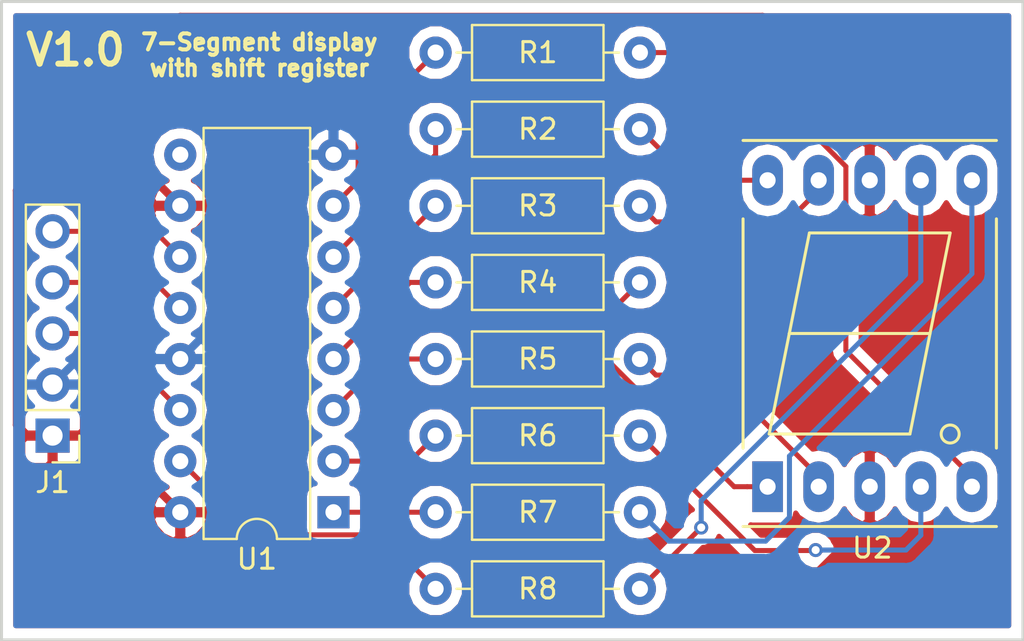
<source format=kicad_pcb>
(kicad_pcb (version 20171130) (host pcbnew "(5.0.1-3-g963ef8bb5)")

  (general
    (thickness 1.6)
    (drawings 6)
    (tracks 92)
    (zones 0)
    (modules 11)
    (nets 23)
  )

  (page A4)
  (title_block
    (title "Seven Segment Display Board")
    (date 2018-11-27)
    (rev 1.0)
    (comment 1 "Sayanee Basu")
  )

  (layers
    (0 F.Cu signal)
    (31 B.Cu signal)
    (32 B.Adhes user)
    (33 F.Adhes user)
    (34 B.Paste user)
    (35 F.Paste user)
    (36 B.SilkS user)
    (37 F.SilkS user)
    (38 B.Mask user)
    (39 F.Mask user)
    (40 Dwgs.User user)
    (41 Cmts.User user)
    (42 Eco1.User user)
    (43 Eco2.User user)
    (44 Edge.Cuts user)
    (45 Margin user)
    (46 B.CrtYd user)
    (47 F.CrtYd user)
    (48 B.Fab user)
    (49 F.Fab user)
  )

  (setup
    (last_trace_width 0.25)
    (trace_clearance 0.2)
    (zone_clearance 0.508)
    (zone_45_only no)
    (trace_min 0.2)
    (segment_width 0.2)
    (edge_width 0.15)
    (via_size 0.7)
    (via_drill 0.4)
    (via_min_size 0.4)
    (via_min_drill 0.3)
    (uvia_size 0.3)
    (uvia_drill 0.1)
    (uvias_allowed no)
    (uvia_min_size 0.2)
    (uvia_min_drill 0.1)
    (pcb_text_width 0.3)
    (pcb_text_size 1.5 1.5)
    (mod_edge_width 0.15)
    (mod_text_size 1 1)
    (mod_text_width 0.15)
    (pad_size 1.524 1.524)
    (pad_drill 0.762)
    (pad_to_mask_clearance 0.051)
    (solder_mask_min_width 0.25)
    (aux_axis_origin 0 0)
    (visible_elements FFFFFF7F)
    (pcbplotparams
      (layerselection 0x010f0_ffffffff)
      (usegerberextensions false)
      (usegerberattributes false)
      (usegerberadvancedattributes false)
      (creategerberjobfile false)
      (excludeedgelayer true)
      (linewidth 0.100000)
      (plotframeref false)
      (viasonmask false)
      (mode 1)
      (useauxorigin false)
      (hpglpennumber 1)
      (hpglpenspeed 20)
      (hpglpendiameter 15.000000)
      (psnegative false)
      (psa4output false)
      (plotreference true)
      (plotvalue true)
      (plotinvisibletext false)
      (padsonsilk false)
      (subtractmaskfromsilk false)
      (outputformat 1)
      (mirror false)
      (drillshape 0)
      (scaleselection 1)
      (outputdirectory "Gerbers/"))
  )

  (net 0 "")
  (net 1 VCC)
  (net 2 GND)
  (net 3 /LATCH)
  (net 4 /CLOCK)
  (net 5 /DATA)
  (net 6 /sg7)
  (net 7 "Net-(R1-Pad2)")
  (net 8 "Net-(R2-Pad2)")
  (net 9 /sg6)
  (net 10 /sg5)
  (net 11 "Net-(R3-Pad2)")
  (net 12 "Net-(R4-Pad2)")
  (net 13 /sg4)
  (net 14 /sg3)
  (net 15 "Net-(R5-Pad2)")
  (net 16 "Net-(R6-Pad2)")
  (net 17 /sg2)
  (net 18 /sg1)
  (net 19 "Net-(R7-Pad2)")
  (net 20 "Net-(R8-Pad2)")
  (net 21 /sg0)
  (net 22 "Net-(U1-Pad9)")

  (net_class Default "This is the default net class."
    (clearance 0.2)
    (trace_width 0.25)
    (via_dia 0.7)
    (via_drill 0.4)
    (uvia_dia 0.3)
    (uvia_drill 0.1)
    (add_net /CLOCK)
    (add_net /DATA)
    (add_net /LATCH)
    (add_net /sg0)
    (add_net /sg1)
    (add_net /sg2)
    (add_net /sg3)
    (add_net /sg4)
    (add_net /sg5)
    (add_net /sg6)
    (add_net /sg7)
    (add_net "Net-(R1-Pad2)")
    (add_net "Net-(R2-Pad2)")
    (add_net "Net-(R3-Pad2)")
    (add_net "Net-(R4-Pad2)")
    (add_net "Net-(R5-Pad2)")
    (add_net "Net-(R6-Pad2)")
    (add_net "Net-(R7-Pad2)")
    (add_net "Net-(R8-Pad2)")
    (add_net "Net-(U1-Pad9)")
  )

  (net_class Power ""
    (clearance 0.3)
    (trace_width 0.4)
    (via_dia 0.7)
    (via_drill 0.5)
    (uvia_dia 0.3)
    (uvia_drill 0.1)
    (add_net GND)
    (add_net VCC)
  )

  (module Connector_PinHeader_2.54mm:PinHeader_1x05_P2.54mm_Vertical (layer F.Cu) (tedit 5BFCE57A) (tstamp 5C154AF8)
    (at 133.35 86.36 180)
    (descr "Through hole straight pin header, 1x05, 2.54mm pitch, single row")
    (tags "Through hole pin header THT 1x05 2.54mm single row")
    (path /5BFC9D60)
    (fp_text reference J1 (at 0 -2.33 180) (layer F.SilkS)
      (effects (font (size 1 1) (thickness 0.15)))
    )
    (fp_text value Conn_01x05 (at 0 12.49 180) (layer F.Fab) hide
      (effects (font (size 1 1) (thickness 0.15)))
    )
    (fp_line (start -0.635 -1.27) (end 1.27 -1.27) (layer F.Fab) (width 0.1))
    (fp_line (start 1.27 -1.27) (end 1.27 11.43) (layer F.Fab) (width 0.1))
    (fp_line (start 1.27 11.43) (end -1.27 11.43) (layer F.Fab) (width 0.1))
    (fp_line (start -1.27 11.43) (end -1.27 -0.635) (layer F.Fab) (width 0.1))
    (fp_line (start -1.27 -0.635) (end -0.635 -1.27) (layer F.Fab) (width 0.1))
    (fp_line (start -1.33 11.49) (end 1.33 11.49) (layer F.SilkS) (width 0.12))
    (fp_line (start -1.33 1.27) (end -1.33 11.49) (layer F.SilkS) (width 0.12))
    (fp_line (start 1.33 1.27) (end 1.33 11.49) (layer F.SilkS) (width 0.12))
    (fp_line (start -1.33 1.27) (end 1.33 1.27) (layer F.SilkS) (width 0.12))
    (fp_line (start -1.33 0) (end -1.33 -1.33) (layer F.SilkS) (width 0.12))
    (fp_line (start -1.33 -1.33) (end 0 -1.33) (layer F.SilkS) (width 0.12))
    (fp_line (start -1.8 -1.8) (end -1.8 11.95) (layer F.CrtYd) (width 0.05))
    (fp_line (start -1.8 11.95) (end 1.8 11.95) (layer F.CrtYd) (width 0.05))
    (fp_line (start 1.8 11.95) (end 1.8 -1.8) (layer F.CrtYd) (width 0.05))
    (fp_line (start 1.8 -1.8) (end -1.8 -1.8) (layer F.CrtYd) (width 0.05))
    (fp_text user %R (at 0 5.08 270) (layer F.Fab)
      (effects (font (size 1 1) (thickness 0.15)))
    )
    (pad 1 thru_hole rect (at 0 0 180) (size 1.7 1.7) (drill 1) (layers *.Cu *.Mask)
      (net 1 VCC))
    (pad 2 thru_hole oval (at 0 2.54 180) (size 1.7 1.7) (drill 1) (layers *.Cu *.Mask)
      (net 2 GND))
    (pad 3 thru_hole oval (at 0 5.08 180) (size 1.7 1.7) (drill 1) (layers *.Cu *.Mask)
      (net 3 /LATCH))
    (pad 4 thru_hole oval (at 0 7.62 180) (size 1.7 1.7) (drill 1) (layers *.Cu *.Mask)
      (net 4 /CLOCK))
    (pad 5 thru_hole oval (at 0 10.16 180) (size 1.7 1.7) (drill 1) (layers *.Cu *.Mask)
      (net 5 /DATA))
    (model ${KISYS3DMOD}/Connector_PinHeader_2.54mm.3dshapes/PinHeader_1x05_P2.54mm_Vertical.wrl
      (at (xyz 0 0 0))
      (scale (xyz 1 1 1))
      (rotate (xyz 0 0 0))
    )
  )

  (module Resistor_THT:R_Axial_DIN0207_L6.3mm_D2.5mm_P10.16mm_Horizontal (layer F.Cu) (tedit 5AE5139B) (tstamp 5C153AC9)
    (at 152.4 67.31)
    (descr "Resistor, Axial_DIN0207 series, Axial, Horizontal, pin pitch=10.16mm, 0.25W = 1/4W, length*diameter=6.3*2.5mm^2, http://cdn-reichelt.de/documents/datenblatt/B400/1_4W%23YAG.pdf")
    (tags "Resistor Axial_DIN0207 series Axial Horizontal pin pitch 10.16mm 0.25W = 1/4W length 6.3mm diameter 2.5mm")
    (path /5BFCB87F)
    (fp_text reference R1 (at 5.08 0) (layer F.SilkS)
      (effects (font (size 1 1) (thickness 0.15)))
    )
    (fp_text value 220 (at 7.62 0) (layer F.Fab)
      (effects (font (size 1 1) (thickness 0.15)))
    )
    (fp_line (start 1.93 -1.25) (end 1.93 1.25) (layer F.Fab) (width 0.1))
    (fp_line (start 1.93 1.25) (end 8.23 1.25) (layer F.Fab) (width 0.1))
    (fp_line (start 8.23 1.25) (end 8.23 -1.25) (layer F.Fab) (width 0.1))
    (fp_line (start 8.23 -1.25) (end 1.93 -1.25) (layer F.Fab) (width 0.1))
    (fp_line (start 0 0) (end 1.93 0) (layer F.Fab) (width 0.1))
    (fp_line (start 10.16 0) (end 8.23 0) (layer F.Fab) (width 0.1))
    (fp_line (start 1.81 -1.37) (end 1.81 1.37) (layer F.SilkS) (width 0.12))
    (fp_line (start 1.81 1.37) (end 8.35 1.37) (layer F.SilkS) (width 0.12))
    (fp_line (start 8.35 1.37) (end 8.35 -1.37) (layer F.SilkS) (width 0.12))
    (fp_line (start 8.35 -1.37) (end 1.81 -1.37) (layer F.SilkS) (width 0.12))
    (fp_line (start 1.04 0) (end 1.81 0) (layer F.SilkS) (width 0.12))
    (fp_line (start 9.12 0) (end 8.35 0) (layer F.SilkS) (width 0.12))
    (fp_line (start -1.05 -1.5) (end -1.05 1.5) (layer F.CrtYd) (width 0.05))
    (fp_line (start -1.05 1.5) (end 11.21 1.5) (layer F.CrtYd) (width 0.05))
    (fp_line (start 11.21 1.5) (end 11.21 -1.5) (layer F.CrtYd) (width 0.05))
    (fp_line (start 11.21 -1.5) (end -1.05 -1.5) (layer F.CrtYd) (width 0.05))
    (fp_text user %R (at 5.08 0) (layer F.Fab)
      (effects (font (size 1 1) (thickness 0.15)))
    )
    (pad 1 thru_hole circle (at 0 0) (size 1.6 1.6) (drill 0.8) (layers *.Cu *.Mask)
      (net 6 /sg7))
    (pad 2 thru_hole oval (at 10.16 0) (size 1.6 1.6) (drill 0.8) (layers *.Cu *.Mask)
      (net 7 "Net-(R1-Pad2)"))
    (model ${KISYS3DMOD}/Resistor_THT.3dshapes/R_Axial_DIN0207_L6.3mm_D2.5mm_P10.16mm_Horizontal.wrl
      (at (xyz 0 0 0))
      (scale (xyz 1 1 1))
      (rotate (xyz 0 0 0))
    )
  )

  (module Resistor_THT:R_Axial_DIN0207_L6.3mm_D2.5mm_P10.16mm_Horizontal (layer F.Cu) (tedit 5AE5139B) (tstamp 5C153AE0)
    (at 152.4 71.12)
    (descr "Resistor, Axial_DIN0207 series, Axial, Horizontal, pin pitch=10.16mm, 0.25W = 1/4W, length*diameter=6.3*2.5mm^2, http://cdn-reichelt.de/documents/datenblatt/B400/1_4W%23YAG.pdf")
    (tags "Resistor Axial_DIN0207 series Axial Horizontal pin pitch 10.16mm 0.25W = 1/4W length 6.3mm diameter 2.5mm")
    (path /5BFD39EC)
    (fp_text reference R2 (at 5.08 0) (layer F.SilkS)
      (effects (font (size 1 1) (thickness 0.15)))
    )
    (fp_text value 220 (at 7.62 0) (layer F.Fab)
      (effects (font (size 1 1) (thickness 0.15)))
    )
    (fp_text user %R (at 5.08 0) (layer F.Fab)
      (effects (font (size 1 1) (thickness 0.15)))
    )
    (fp_line (start 11.21 -1.5) (end -1.05 -1.5) (layer F.CrtYd) (width 0.05))
    (fp_line (start 11.21 1.5) (end 11.21 -1.5) (layer F.CrtYd) (width 0.05))
    (fp_line (start -1.05 1.5) (end 11.21 1.5) (layer F.CrtYd) (width 0.05))
    (fp_line (start -1.05 -1.5) (end -1.05 1.5) (layer F.CrtYd) (width 0.05))
    (fp_line (start 9.12 0) (end 8.35 0) (layer F.SilkS) (width 0.12))
    (fp_line (start 1.04 0) (end 1.81 0) (layer F.SilkS) (width 0.12))
    (fp_line (start 8.35 -1.37) (end 1.81 -1.37) (layer F.SilkS) (width 0.12))
    (fp_line (start 8.35 1.37) (end 8.35 -1.37) (layer F.SilkS) (width 0.12))
    (fp_line (start 1.81 1.37) (end 8.35 1.37) (layer F.SilkS) (width 0.12))
    (fp_line (start 1.81 -1.37) (end 1.81 1.37) (layer F.SilkS) (width 0.12))
    (fp_line (start 10.16 0) (end 8.23 0) (layer F.Fab) (width 0.1))
    (fp_line (start 0 0) (end 1.93 0) (layer F.Fab) (width 0.1))
    (fp_line (start 8.23 -1.25) (end 1.93 -1.25) (layer F.Fab) (width 0.1))
    (fp_line (start 8.23 1.25) (end 8.23 -1.25) (layer F.Fab) (width 0.1))
    (fp_line (start 1.93 1.25) (end 8.23 1.25) (layer F.Fab) (width 0.1))
    (fp_line (start 1.93 -1.25) (end 1.93 1.25) (layer F.Fab) (width 0.1))
    (pad 2 thru_hole oval (at 10.16 0) (size 1.6 1.6) (drill 0.8) (layers *.Cu *.Mask)
      (net 8 "Net-(R2-Pad2)"))
    (pad 1 thru_hole circle (at 0 0) (size 1.6 1.6) (drill 0.8) (layers *.Cu *.Mask)
      (net 9 /sg6))
    (model ${KISYS3DMOD}/Resistor_THT.3dshapes/R_Axial_DIN0207_L6.3mm_D2.5mm_P10.16mm_Horizontal.wrl
      (at (xyz 0 0 0))
      (scale (xyz 1 1 1))
      (rotate (xyz 0 0 0))
    )
  )

  (module Resistor_THT:R_Axial_DIN0207_L6.3mm_D2.5mm_P10.16mm_Horizontal (layer F.Cu) (tedit 5AE5139B) (tstamp 5C153AF7)
    (at 152.4 74.93)
    (descr "Resistor, Axial_DIN0207 series, Axial, Horizontal, pin pitch=10.16mm, 0.25W = 1/4W, length*diameter=6.3*2.5mm^2, http://cdn-reichelt.de/documents/datenblatt/B400/1_4W%23YAG.pdf")
    (tags "Resistor Axial_DIN0207 series Axial Horizontal pin pitch 10.16mm 0.25W = 1/4W length 6.3mm diameter 2.5mm")
    (path /5BFD3A40)
    (fp_text reference R3 (at 5.08 0) (layer F.SilkS)
      (effects (font (size 1 1) (thickness 0.15)))
    )
    (fp_text value 220 (at 7.62 0) (layer F.Fab)
      (effects (font (size 1 1) (thickness 0.15)))
    )
    (fp_line (start 1.93 -1.25) (end 1.93 1.25) (layer F.Fab) (width 0.1))
    (fp_line (start 1.93 1.25) (end 8.23 1.25) (layer F.Fab) (width 0.1))
    (fp_line (start 8.23 1.25) (end 8.23 -1.25) (layer F.Fab) (width 0.1))
    (fp_line (start 8.23 -1.25) (end 1.93 -1.25) (layer F.Fab) (width 0.1))
    (fp_line (start 0 0) (end 1.93 0) (layer F.Fab) (width 0.1))
    (fp_line (start 10.16 0) (end 8.23 0) (layer F.Fab) (width 0.1))
    (fp_line (start 1.81 -1.37) (end 1.81 1.37) (layer F.SilkS) (width 0.12))
    (fp_line (start 1.81 1.37) (end 8.35 1.37) (layer F.SilkS) (width 0.12))
    (fp_line (start 8.35 1.37) (end 8.35 -1.37) (layer F.SilkS) (width 0.12))
    (fp_line (start 8.35 -1.37) (end 1.81 -1.37) (layer F.SilkS) (width 0.12))
    (fp_line (start 1.04 0) (end 1.81 0) (layer F.SilkS) (width 0.12))
    (fp_line (start 9.12 0) (end 8.35 0) (layer F.SilkS) (width 0.12))
    (fp_line (start -1.05 -1.5) (end -1.05 1.5) (layer F.CrtYd) (width 0.05))
    (fp_line (start -1.05 1.5) (end 11.21 1.5) (layer F.CrtYd) (width 0.05))
    (fp_line (start 11.21 1.5) (end 11.21 -1.5) (layer F.CrtYd) (width 0.05))
    (fp_line (start 11.21 -1.5) (end -1.05 -1.5) (layer F.CrtYd) (width 0.05))
    (fp_text user %R (at 5.08 0) (layer F.Fab)
      (effects (font (size 1 1) (thickness 0.15)))
    )
    (pad 1 thru_hole circle (at 0 0) (size 1.6 1.6) (drill 0.8) (layers *.Cu *.Mask)
      (net 10 /sg5))
    (pad 2 thru_hole oval (at 10.16 0) (size 1.6 1.6) (drill 0.8) (layers *.Cu *.Mask)
      (net 11 "Net-(R3-Pad2)"))
    (model ${KISYS3DMOD}/Resistor_THT.3dshapes/R_Axial_DIN0207_L6.3mm_D2.5mm_P10.16mm_Horizontal.wrl
      (at (xyz 0 0 0))
      (scale (xyz 1 1 1))
      (rotate (xyz 0 0 0))
    )
  )

  (module Resistor_THT:R_Axial_DIN0207_L6.3mm_D2.5mm_P10.16mm_Horizontal (layer F.Cu) (tedit 5AE5139B) (tstamp 5C1544AA)
    (at 152.4 78.74)
    (descr "Resistor, Axial_DIN0207 series, Axial, Horizontal, pin pitch=10.16mm, 0.25W = 1/4W, length*diameter=6.3*2.5mm^2, http://cdn-reichelt.de/documents/datenblatt/B400/1_4W%23YAG.pdf")
    (tags "Resistor Axial_DIN0207 series Axial Horizontal pin pitch 10.16mm 0.25W = 1/4W length 6.3mm diameter 2.5mm")
    (path /5BFD3A82)
    (fp_text reference R4 (at 5.08 0) (layer F.SilkS)
      (effects (font (size 1 1) (thickness 0.15)))
    )
    (fp_text value 220 (at 7.62 0) (layer F.Fab)
      (effects (font (size 1 1) (thickness 0.15)))
    )
    (fp_text user %R (at 5.08 0) (layer F.Fab)
      (effects (font (size 1 1) (thickness 0.15)))
    )
    (fp_line (start 11.21 -1.5) (end -1.05 -1.5) (layer F.CrtYd) (width 0.05))
    (fp_line (start 11.21 1.5) (end 11.21 -1.5) (layer F.CrtYd) (width 0.05))
    (fp_line (start -1.05 1.5) (end 11.21 1.5) (layer F.CrtYd) (width 0.05))
    (fp_line (start -1.05 -1.5) (end -1.05 1.5) (layer F.CrtYd) (width 0.05))
    (fp_line (start 9.12 0) (end 8.35 0) (layer F.SilkS) (width 0.12))
    (fp_line (start 1.04 0) (end 1.81 0) (layer F.SilkS) (width 0.12))
    (fp_line (start 8.35 -1.37) (end 1.81 -1.37) (layer F.SilkS) (width 0.12))
    (fp_line (start 8.35 1.37) (end 8.35 -1.37) (layer F.SilkS) (width 0.12))
    (fp_line (start 1.81 1.37) (end 8.35 1.37) (layer F.SilkS) (width 0.12))
    (fp_line (start 1.81 -1.37) (end 1.81 1.37) (layer F.SilkS) (width 0.12))
    (fp_line (start 10.16 0) (end 8.23 0) (layer F.Fab) (width 0.1))
    (fp_line (start 0 0) (end 1.93 0) (layer F.Fab) (width 0.1))
    (fp_line (start 8.23 -1.25) (end 1.93 -1.25) (layer F.Fab) (width 0.1))
    (fp_line (start 8.23 1.25) (end 8.23 -1.25) (layer F.Fab) (width 0.1))
    (fp_line (start 1.93 1.25) (end 8.23 1.25) (layer F.Fab) (width 0.1))
    (fp_line (start 1.93 -1.25) (end 1.93 1.25) (layer F.Fab) (width 0.1))
    (pad 2 thru_hole oval (at 10.16 0) (size 1.6 1.6) (drill 0.8) (layers *.Cu *.Mask)
      (net 12 "Net-(R4-Pad2)"))
    (pad 1 thru_hole circle (at 0 0) (size 1.6 1.6) (drill 0.8) (layers *.Cu *.Mask)
      (net 13 /sg4))
    (model ${KISYS3DMOD}/Resistor_THT.3dshapes/R_Axial_DIN0207_L6.3mm_D2.5mm_P10.16mm_Horizontal.wrl
      (at (xyz 0 0 0))
      (scale (xyz 1 1 1))
      (rotate (xyz 0 0 0))
    )
  )

  (module Resistor_THT:R_Axial_DIN0207_L6.3mm_D2.5mm_P10.16mm_Horizontal (layer F.Cu) (tedit 5AE5139B) (tstamp 5C153B25)
    (at 152.4 82.55)
    (descr "Resistor, Axial_DIN0207 series, Axial, Horizontal, pin pitch=10.16mm, 0.25W = 1/4W, length*diameter=6.3*2.5mm^2, http://cdn-reichelt.de/documents/datenblatt/B400/1_4W%23YAG.pdf")
    (tags "Resistor Axial_DIN0207 series Axial Horizontal pin pitch 10.16mm 0.25W = 1/4W length 6.3mm diameter 2.5mm")
    (path /5BFD3BEE)
    (fp_text reference R5 (at 5.08 0) (layer F.SilkS)
      (effects (font (size 1 1) (thickness 0.15)))
    )
    (fp_text value 220 (at 7.62 0) (layer F.Fab)
      (effects (font (size 1 1) (thickness 0.15)))
    )
    (fp_line (start 1.93 -1.25) (end 1.93 1.25) (layer F.Fab) (width 0.1))
    (fp_line (start 1.93 1.25) (end 8.23 1.25) (layer F.Fab) (width 0.1))
    (fp_line (start 8.23 1.25) (end 8.23 -1.25) (layer F.Fab) (width 0.1))
    (fp_line (start 8.23 -1.25) (end 1.93 -1.25) (layer F.Fab) (width 0.1))
    (fp_line (start 0 0) (end 1.93 0) (layer F.Fab) (width 0.1))
    (fp_line (start 10.16 0) (end 8.23 0) (layer F.Fab) (width 0.1))
    (fp_line (start 1.81 -1.37) (end 1.81 1.37) (layer F.SilkS) (width 0.12))
    (fp_line (start 1.81 1.37) (end 8.35 1.37) (layer F.SilkS) (width 0.12))
    (fp_line (start 8.35 1.37) (end 8.35 -1.37) (layer F.SilkS) (width 0.12))
    (fp_line (start 8.35 -1.37) (end 1.81 -1.37) (layer F.SilkS) (width 0.12))
    (fp_line (start 1.04 0) (end 1.81 0) (layer F.SilkS) (width 0.12))
    (fp_line (start 9.12 0) (end 8.35 0) (layer F.SilkS) (width 0.12))
    (fp_line (start -1.05 -1.5) (end -1.05 1.5) (layer F.CrtYd) (width 0.05))
    (fp_line (start -1.05 1.5) (end 11.21 1.5) (layer F.CrtYd) (width 0.05))
    (fp_line (start 11.21 1.5) (end 11.21 -1.5) (layer F.CrtYd) (width 0.05))
    (fp_line (start 11.21 -1.5) (end -1.05 -1.5) (layer F.CrtYd) (width 0.05))
    (fp_text user %R (at 5.08 0) (layer F.Fab)
      (effects (font (size 1 1) (thickness 0.15)))
    )
    (pad 1 thru_hole circle (at 0 0) (size 1.6 1.6) (drill 0.8) (layers *.Cu *.Mask)
      (net 14 /sg3))
    (pad 2 thru_hole oval (at 10.16 0) (size 1.6 1.6) (drill 0.8) (layers *.Cu *.Mask)
      (net 15 "Net-(R5-Pad2)"))
    (model ${KISYS3DMOD}/Resistor_THT.3dshapes/R_Axial_DIN0207_L6.3mm_D2.5mm_P10.16mm_Horizontal.wrl
      (at (xyz 0 0 0))
      (scale (xyz 1 1 1))
      (rotate (xyz 0 0 0))
    )
  )

  (module Resistor_THT:R_Axial_DIN0207_L6.3mm_D2.5mm_P10.16mm_Horizontal (layer F.Cu) (tedit 5AE5139B) (tstamp 5C153B3C)
    (at 152.4 86.36)
    (descr "Resistor, Axial_DIN0207 series, Axial, Horizontal, pin pitch=10.16mm, 0.25W = 1/4W, length*diameter=6.3*2.5mm^2, http://cdn-reichelt.de/documents/datenblatt/B400/1_4W%23YAG.pdf")
    (tags "Resistor Axial_DIN0207 series Axial Horizontal pin pitch 10.16mm 0.25W = 1/4W length 6.3mm diameter 2.5mm")
    (path /5BFD3C40)
    (fp_text reference R6 (at 5.08 0) (layer F.SilkS)
      (effects (font (size 1 1) (thickness 0.15)))
    )
    (fp_text value 220 (at 7.62 0) (layer F.Fab)
      (effects (font (size 1 1) (thickness 0.15)))
    )
    (fp_text user %R (at 5.08 0) (layer F.Fab)
      (effects (font (size 1 1) (thickness 0.15)))
    )
    (fp_line (start 11.21 -1.5) (end -1.05 -1.5) (layer F.CrtYd) (width 0.05))
    (fp_line (start 11.21 1.5) (end 11.21 -1.5) (layer F.CrtYd) (width 0.05))
    (fp_line (start -1.05 1.5) (end 11.21 1.5) (layer F.CrtYd) (width 0.05))
    (fp_line (start -1.05 -1.5) (end -1.05 1.5) (layer F.CrtYd) (width 0.05))
    (fp_line (start 9.12 0) (end 8.35 0) (layer F.SilkS) (width 0.12))
    (fp_line (start 1.04 0) (end 1.81 0) (layer F.SilkS) (width 0.12))
    (fp_line (start 8.35 -1.37) (end 1.81 -1.37) (layer F.SilkS) (width 0.12))
    (fp_line (start 8.35 1.37) (end 8.35 -1.37) (layer F.SilkS) (width 0.12))
    (fp_line (start 1.81 1.37) (end 8.35 1.37) (layer F.SilkS) (width 0.12))
    (fp_line (start 1.81 -1.37) (end 1.81 1.37) (layer F.SilkS) (width 0.12))
    (fp_line (start 10.16 0) (end 8.23 0) (layer F.Fab) (width 0.1))
    (fp_line (start 0 0) (end 1.93 0) (layer F.Fab) (width 0.1))
    (fp_line (start 8.23 -1.25) (end 1.93 -1.25) (layer F.Fab) (width 0.1))
    (fp_line (start 8.23 1.25) (end 8.23 -1.25) (layer F.Fab) (width 0.1))
    (fp_line (start 1.93 1.25) (end 8.23 1.25) (layer F.Fab) (width 0.1))
    (fp_line (start 1.93 -1.25) (end 1.93 1.25) (layer F.Fab) (width 0.1))
    (pad 2 thru_hole oval (at 10.16 0) (size 1.6 1.6) (drill 0.8) (layers *.Cu *.Mask)
      (net 16 "Net-(R6-Pad2)"))
    (pad 1 thru_hole circle (at 0 0) (size 1.6 1.6) (drill 0.8) (layers *.Cu *.Mask)
      (net 17 /sg2))
    (model ${KISYS3DMOD}/Resistor_THT.3dshapes/R_Axial_DIN0207_L6.3mm_D2.5mm_P10.16mm_Horizontal.wrl
      (at (xyz 0 0 0))
      (scale (xyz 1 1 1))
      (rotate (xyz 0 0 0))
    )
  )

  (module Resistor_THT:R_Axial_DIN0207_L6.3mm_D2.5mm_P10.16mm_Horizontal (layer F.Cu) (tedit 5AE5139B) (tstamp 5C153B53)
    (at 152.4 90.17)
    (descr "Resistor, Axial_DIN0207 series, Axial, Horizontal, pin pitch=10.16mm, 0.25W = 1/4W, length*diameter=6.3*2.5mm^2, http://cdn-reichelt.de/documents/datenblatt/B400/1_4W%23YAG.pdf")
    (tags "Resistor Axial_DIN0207 series Axial Horizontal pin pitch 10.16mm 0.25W = 1/4W length 6.3mm diameter 2.5mm")
    (path /5BFD3C90)
    (fp_text reference R7 (at 5.08 0) (layer F.SilkS)
      (effects (font (size 1 1) (thickness 0.15)))
    )
    (fp_text value 220 (at 7.62 0) (layer F.Fab)
      (effects (font (size 1 1) (thickness 0.15)))
    )
    (fp_line (start 1.93 -1.25) (end 1.93 1.25) (layer F.Fab) (width 0.1))
    (fp_line (start 1.93 1.25) (end 8.23 1.25) (layer F.Fab) (width 0.1))
    (fp_line (start 8.23 1.25) (end 8.23 -1.25) (layer F.Fab) (width 0.1))
    (fp_line (start 8.23 -1.25) (end 1.93 -1.25) (layer F.Fab) (width 0.1))
    (fp_line (start 0 0) (end 1.93 0) (layer F.Fab) (width 0.1))
    (fp_line (start 10.16 0) (end 8.23 0) (layer F.Fab) (width 0.1))
    (fp_line (start 1.81 -1.37) (end 1.81 1.37) (layer F.SilkS) (width 0.12))
    (fp_line (start 1.81 1.37) (end 8.35 1.37) (layer F.SilkS) (width 0.12))
    (fp_line (start 8.35 1.37) (end 8.35 -1.37) (layer F.SilkS) (width 0.12))
    (fp_line (start 8.35 -1.37) (end 1.81 -1.37) (layer F.SilkS) (width 0.12))
    (fp_line (start 1.04 0) (end 1.81 0) (layer F.SilkS) (width 0.12))
    (fp_line (start 9.12 0) (end 8.35 0) (layer F.SilkS) (width 0.12))
    (fp_line (start -1.05 -1.5) (end -1.05 1.5) (layer F.CrtYd) (width 0.05))
    (fp_line (start -1.05 1.5) (end 11.21 1.5) (layer F.CrtYd) (width 0.05))
    (fp_line (start 11.21 1.5) (end 11.21 -1.5) (layer F.CrtYd) (width 0.05))
    (fp_line (start 11.21 -1.5) (end -1.05 -1.5) (layer F.CrtYd) (width 0.05))
    (fp_text user %R (at 5.08 0) (layer F.Fab)
      (effects (font (size 1 1) (thickness 0.15)))
    )
    (pad 1 thru_hole circle (at 0 0) (size 1.6 1.6) (drill 0.8) (layers *.Cu *.Mask)
      (net 18 /sg1))
    (pad 2 thru_hole oval (at 10.16 0) (size 1.6 1.6) (drill 0.8) (layers *.Cu *.Mask)
      (net 19 "Net-(R7-Pad2)"))
    (model ${KISYS3DMOD}/Resistor_THT.3dshapes/R_Axial_DIN0207_L6.3mm_D2.5mm_P10.16mm_Horizontal.wrl
      (at (xyz 0 0 0))
      (scale (xyz 1 1 1))
      (rotate (xyz 0 0 0))
    )
  )

  (module Resistor_THT:R_Axial_DIN0207_L6.3mm_D2.5mm_P10.16mm_Horizontal (layer F.Cu) (tedit 5AE5139B) (tstamp 5C153B6A)
    (at 152.4 93.98)
    (descr "Resistor, Axial_DIN0207 series, Axial, Horizontal, pin pitch=10.16mm, 0.25W = 1/4W, length*diameter=6.3*2.5mm^2, http://cdn-reichelt.de/documents/datenblatt/B400/1_4W%23YAG.pdf")
    (tags "Resistor Axial_DIN0207 series Axial Horizontal pin pitch 10.16mm 0.25W = 1/4W length 6.3mm diameter 2.5mm")
    (path /5BFD3CF2)
    (fp_text reference R8 (at 5.08 0) (layer F.SilkS)
      (effects (font (size 1 1) (thickness 0.15)))
    )
    (fp_text value 220 (at 7.62 0) (layer F.Fab)
      (effects (font (size 1 1) (thickness 0.15)))
    )
    (fp_text user %R (at 5.08 0) (layer F.Fab)
      (effects (font (size 1 1) (thickness 0.15)))
    )
    (fp_line (start 11.21 -1.5) (end -1.05 -1.5) (layer F.CrtYd) (width 0.05))
    (fp_line (start 11.21 1.5) (end 11.21 -1.5) (layer F.CrtYd) (width 0.05))
    (fp_line (start -1.05 1.5) (end 11.21 1.5) (layer F.CrtYd) (width 0.05))
    (fp_line (start -1.05 -1.5) (end -1.05 1.5) (layer F.CrtYd) (width 0.05))
    (fp_line (start 9.12 0) (end 8.35 0) (layer F.SilkS) (width 0.12))
    (fp_line (start 1.04 0) (end 1.81 0) (layer F.SilkS) (width 0.12))
    (fp_line (start 8.35 -1.37) (end 1.81 -1.37) (layer F.SilkS) (width 0.12))
    (fp_line (start 8.35 1.37) (end 8.35 -1.37) (layer F.SilkS) (width 0.12))
    (fp_line (start 1.81 1.37) (end 8.35 1.37) (layer F.SilkS) (width 0.12))
    (fp_line (start 1.81 -1.37) (end 1.81 1.37) (layer F.SilkS) (width 0.12))
    (fp_line (start 10.16 0) (end 8.23 0) (layer F.Fab) (width 0.1))
    (fp_line (start 0 0) (end 1.93 0) (layer F.Fab) (width 0.1))
    (fp_line (start 8.23 -1.25) (end 1.93 -1.25) (layer F.Fab) (width 0.1))
    (fp_line (start 8.23 1.25) (end 8.23 -1.25) (layer F.Fab) (width 0.1))
    (fp_line (start 1.93 1.25) (end 8.23 1.25) (layer F.Fab) (width 0.1))
    (fp_line (start 1.93 -1.25) (end 1.93 1.25) (layer F.Fab) (width 0.1))
    (pad 2 thru_hole oval (at 10.16 0) (size 1.6 1.6) (drill 0.8) (layers *.Cu *.Mask)
      (net 20 "Net-(R8-Pad2)"))
    (pad 1 thru_hole circle (at 0 0) (size 1.6 1.6) (drill 0.8) (layers *.Cu *.Mask)
      (net 21 /sg0))
    (model ${KISYS3DMOD}/Resistor_THT.3dshapes/R_Axial_DIN0207_L6.3mm_D2.5mm_P10.16mm_Horizontal.wrl
      (at (xyz 0 0 0))
      (scale (xyz 1 1 1))
      (rotate (xyz 0 0 0))
    )
  )

  (module Package_DIP:DIP-16_W7.62mm (layer F.Cu) (tedit 5BFCE5BE) (tstamp 5C154B4B)
    (at 147.32 90.17 180)
    (descr "16-lead though-hole mounted DIP package, row spacing 7.62 mm (300 mils)")
    (tags "THT DIP DIL PDIP 2.54mm 7.62mm 300mil")
    (path /5BFCB5F5)
    (fp_text reference U1 (at 3.81 -2.33 180) (layer F.SilkS)
      (effects (font (size 1 1) (thickness 0.15)))
    )
    (fp_text value 74HC595 (at 3.81 20.11 180) (layer F.Fab) hide
      (effects (font (size 1 1) (thickness 0.15)))
    )
    (fp_arc (start 3.81 -1.33) (end 2.81 -1.33) (angle -180) (layer F.SilkS) (width 0.12))
    (fp_line (start 1.635 -1.27) (end 6.985 -1.27) (layer F.Fab) (width 0.1))
    (fp_line (start 6.985 -1.27) (end 6.985 19.05) (layer F.Fab) (width 0.1))
    (fp_line (start 6.985 19.05) (end 0.635 19.05) (layer F.Fab) (width 0.1))
    (fp_line (start 0.635 19.05) (end 0.635 -0.27) (layer F.Fab) (width 0.1))
    (fp_line (start 0.635 -0.27) (end 1.635 -1.27) (layer F.Fab) (width 0.1))
    (fp_line (start 2.81 -1.33) (end 1.16 -1.33) (layer F.SilkS) (width 0.12))
    (fp_line (start 1.16 -1.33) (end 1.16 19.11) (layer F.SilkS) (width 0.12))
    (fp_line (start 1.16 19.11) (end 6.46 19.11) (layer F.SilkS) (width 0.12))
    (fp_line (start 6.46 19.11) (end 6.46 -1.33) (layer F.SilkS) (width 0.12))
    (fp_line (start 6.46 -1.33) (end 4.81 -1.33) (layer F.SilkS) (width 0.12))
    (fp_line (start -1.1 -1.55) (end -1.1 19.3) (layer F.CrtYd) (width 0.05))
    (fp_line (start -1.1 19.3) (end 8.7 19.3) (layer F.CrtYd) (width 0.05))
    (fp_line (start 8.7 19.3) (end 8.7 -1.55) (layer F.CrtYd) (width 0.05))
    (fp_line (start 8.7 -1.55) (end -1.1 -1.55) (layer F.CrtYd) (width 0.05))
    (fp_text user %R (at 3.81 -2.286 180) (layer F.Fab) hide
      (effects (font (size 1 1) (thickness 0.15)))
    )
    (pad 1 thru_hole rect (at 0 0 180) (size 1.6 1.6) (drill 0.8) (layers *.Cu *.Mask)
      (net 18 /sg1))
    (pad 9 thru_hole oval (at 7.62 17.78 180) (size 1.6 1.6) (drill 0.8) (layers *.Cu *.Mask)
      (net 22 "Net-(U1-Pad9)"))
    (pad 2 thru_hole oval (at 0 2.54 180) (size 1.6 1.6) (drill 0.8) (layers *.Cu *.Mask)
      (net 17 /sg2))
    (pad 10 thru_hole oval (at 7.62 15.24 180) (size 1.6 1.6) (drill 0.8) (layers *.Cu *.Mask)
      (net 1 VCC))
    (pad 3 thru_hole oval (at 0 5.08 180) (size 1.6 1.6) (drill 0.8) (layers *.Cu *.Mask)
      (net 14 /sg3))
    (pad 11 thru_hole oval (at 7.62 12.7 180) (size 1.6 1.6) (drill 0.8) (layers *.Cu *.Mask)
      (net 5 /DATA))
    (pad 4 thru_hole oval (at 0 7.62 180) (size 1.6 1.6) (drill 0.8) (layers *.Cu *.Mask)
      (net 13 /sg4))
    (pad 12 thru_hole oval (at 7.62 10.16 180) (size 1.6 1.6) (drill 0.8) (layers *.Cu *.Mask)
      (net 4 /CLOCK))
    (pad 5 thru_hole oval (at 0 10.16 180) (size 1.6 1.6) (drill 0.8) (layers *.Cu *.Mask)
      (net 10 /sg5))
    (pad 13 thru_hole oval (at 7.62 7.62 180) (size 1.6 1.6) (drill 0.8) (layers *.Cu *.Mask)
      (net 2 GND))
    (pad 6 thru_hole oval (at 0 12.7 180) (size 1.6 1.6) (drill 0.8) (layers *.Cu *.Mask)
      (net 9 /sg6))
    (pad 14 thru_hole oval (at 7.62 5.08 180) (size 1.6 1.6) (drill 0.8) (layers *.Cu *.Mask)
      (net 3 /LATCH))
    (pad 7 thru_hole oval (at 0 15.24 180) (size 1.6 1.6) (drill 0.8) (layers *.Cu *.Mask)
      (net 6 /sg7))
    (pad 15 thru_hole oval (at 7.62 2.54 180) (size 1.6 1.6) (drill 0.8) (layers *.Cu *.Mask)
      (net 21 /sg0))
    (pad 8 thru_hole oval (at 0 17.78 180) (size 1.6 1.6) (drill 0.8) (layers *.Cu *.Mask)
      (net 2 GND))
    (pad 16 thru_hole oval (at 7.62 0 180) (size 1.6 1.6) (drill 0.8) (layers *.Cu *.Mask)
      (net 1 VCC))
    (model ${KISYS3DMOD}/Package_DIP.3dshapes/DIP-16_W7.62mm.wrl
      (at (xyz 0 0 0))
      (scale (xyz 1 1 1))
      (rotate (xyz 0 0 0))
    )
  )

  (module Display_7Segment:7SegmentLED_LTS6760_LTS6780 (layer F.Cu) (tedit 5BFCE5B4) (tstamp 5C153BB2)
    (at 168.91 88.9 90)
    (descr "7-Segment Display, LTS67x0")
    (tags "7Segment LED LTS6760 LTS6780")
    (path /5BFCBF2D)
    (fp_text reference U2 (at -3.048 5.207 180) (layer F.SilkS)
      (effects (font (size 1 1) (thickness 0.15)))
    )
    (fp_text value KCSA02-105 (at 7.62 12.58 90) (layer F.Fab) hide
      (effects (font (size 1 1) (thickness 0.15)))
    )
    (fp_line (start -1.88 -0.17) (end -1.88 11.33) (layer F.Fab) (width 0.1))
    (fp_line (start -0.88 -1.17) (end -1.88 -0.17) (layer F.Fab) (width 0.1))
    (fp_line (start 17.12 -1.17) (end -0.88 -1.17) (layer F.Fab) (width 0.1))
    (fp_line (start 17.12 11.33) (end 17.12 -1.17) (layer F.Fab) (width 0.1))
    (fp_line (start -1.88 11.33) (end 17.12 11.33) (layer F.Fab) (width 0.1))
    (fp_circle (center 2.62 9.08) (end 2.42 9.48) (layer F.SilkS) (width 0.15))
    (fp_line (start 17.22 -1.22) (end 17.22 11.38) (layer F.SilkS) (width 0.15))
    (fp_line (start 13.32 11.38) (end 1.92 11.38) (layer F.SilkS) (width 0.15))
    (fp_line (start 13.32 -1.22) (end 1.92 -1.22) (layer F.SilkS) (width 0.15))
    (fp_line (start -1.98 11.38) (end -1.98 -1.22) (layer F.SilkS) (width 0.15))
    (fp_line (start 12.62 2.08) (end 12.62 9.08) (layer F.SilkS) (width 0.15))
    (fp_line (start 7.62 8.08) (end 7.62 1.08) (layer F.SilkS) (width 0.15))
    (fp_line (start 12.62 9.08) (end 7.62 8.08) (layer F.SilkS) (width 0.15))
    (fp_line (start 2.62 7.08) (end 7.62 8.08) (layer F.SilkS) (width 0.15))
    (fp_line (start 2.62 0.08) (end 2.62 7.08) (layer F.SilkS) (width 0.15))
    (fp_line (start 7.62 1.08) (end 2.62 0.08) (layer F.SilkS) (width 0.15))
    (fp_line (start 12.62 2.08) (end 7.62 1.08) (layer F.SilkS) (width 0.15))
    (fp_text user %R (at 7.87 5.08 90) (layer F.Fab) hide
      (effects (font (size 1 1) (thickness 0.15)))
    )
    (fp_line (start 17.62 -1.67) (end 17.62 11.83) (layer F.CrtYd) (width 0.05))
    (fp_line (start 17.62 11.83) (end -2.38 11.83) (layer F.CrtYd) (width 0.05))
    (fp_line (start -2.38 11.83) (end -2.38 -1.67) (layer F.CrtYd) (width 0.05))
    (fp_line (start -2.38 -1.67) (end 17.62 -1.67) (layer F.CrtYd) (width 0.05))
    (pad 10 thru_hole oval (at 15.24 0) (size 1.524 2.524) (drill 0.8) (layers *.Cu *.Mask)
      (net 8 "Net-(R2-Pad2)"))
    (pad 9 thru_hole oval (at 15.24 2.54) (size 1.524 2.524) (drill 0.8) (layers *.Cu *.Mask)
      (net 11 "Net-(R3-Pad2)"))
    (pad 8 thru_hole oval (at 15.24 5.08) (size 1.524 2.524) (drill 0.8) (layers *.Cu *.Mask)
      (net 1 VCC))
    (pad 7 thru_hole oval (at 15.24 7.62) (size 1.524 2.524) (drill 0.8) (layers *.Cu *.Mask)
      (net 20 "Net-(R8-Pad2)"))
    (pad 6 thru_hole oval (at 15.24 10.16) (size 1.524 2.524) (drill 0.8) (layers *.Cu *.Mask)
      (net 19 "Net-(R7-Pad2)"))
    (pad 5 thru_hole oval (at 0 10.16) (size 1.524 2.524) (drill 0.8) (layers *.Cu *.Mask)
      (net 7 "Net-(R1-Pad2)"))
    (pad 4 thru_hole oval (at 0 7.62) (size 1.524 2.524) (drill 0.8) (layers *.Cu *.Mask)
      (net 16 "Net-(R6-Pad2)"))
    (pad 3 thru_hole oval (at 0 5.08) (size 1.524 2.524) (drill 0.8) (layers *.Cu *.Mask)
      (net 1 VCC))
    (pad 2 thru_hole oval (at 0 2.54) (size 1.524 2.524) (drill 0.8) (layers *.Cu *.Mask)
      (net 15 "Net-(R5-Pad2)"))
    (pad 1 thru_hole rect (at 0 0) (size 1.524 2.524) (drill 0.8) (layers *.Cu *.Mask)
      (net 12 "Net-(R4-Pad2)"))
    (model ${KISYS3DMOD}/Display_7Segment.3dshapes/7SegmentLED_LTS6760_LTS6780.wrl
      (at (xyz 0 0 0))
      (scale (xyz 1 1 1))
      (rotate (xyz 0 0 0))
    )
  )

  (gr_text "7-Segment display\nwith shift register" (at 143.637 67.437) (layer F.SilkS)
    (effects (font (size 0.8 0.8) (thickness 0.2)))
  )
  (gr_text V1.0 (at 134.493 67.183) (layer F.SilkS)
    (effects (font (size 1.5 1.5) (thickness 0.3)))
  )
  (gr_line (start 130.81 96.52) (end 130.81 64.77) (layer Edge.Cuts) (width 0.15))
  (gr_line (start 181.61 96.52) (end 130.81 96.52) (layer Edge.Cuts) (width 0.15))
  (gr_line (start 181.61 64.77) (end 181.61 96.52) (layer Edge.Cuts) (width 0.15))
  (gr_line (start 130.81 64.77) (end 181.61 64.77) (layer Edge.Cuts) (width 0.15))

  (segment (start 135.89 86.36) (end 139.7 90.17) (width 0.4) (layer F.Cu) (net 1))
  (segment (start 133.35 86.36) (end 135.89 86.36) (width 0.4) (layer F.Cu) (net 1))
  (segment (start 140.97 92.71) (end 138.43 92.71) (width 0.4) (layer F.Cu) (net 1))
  (segment (start 133.35 87.63) (end 133.35 86.36) (width 0.4) (layer F.Cu) (net 1))
  (segment (start 138.43 92.71) (end 133.35 87.63) (width 0.4) (layer F.Cu) (net 1))
  (segment (start 139.7 74.93) (end 136.652 71.882) (width 0.4) (layer F.Cu) (net 1))
  (segment (start 136.652 71.882) (end 136.652 68.58) (width 0.4) (layer F.Cu) (net 1))
  (segment (start 136.652 68.58) (end 139.7 65.532) (width 0.4) (layer F.Cu) (net 1))
  (segment (start 139.7 65.532) (end 168.656 65.532) (width 0.4) (layer F.Cu) (net 1))
  (segment (start 173.99 70.866) (end 173.99 73.66) (width 0.4) (layer F.Cu) (net 1))
  (segment (start 168.656 65.532) (end 173.99 70.866) (width 0.4) (layer F.Cu) (net 1))
  (segment (start 173.99 90.562) (end 169.048 95.504) (width 0.4) (layer F.Cu) (net 1))
  (segment (start 173.99 88.9) (end 173.99 90.562) (width 0.4) (layer F.Cu) (net 1))
  (segment (start 169.048 95.504) (end 149.352 95.504) (width 0.4) (layer F.Cu) (net 1))
  (segment (start 146.558 92.71) (end 140.97 92.71) (width 0.4) (layer F.Cu) (net 1))
  (segment (start 149.352 95.504) (end 146.558 92.71) (width 0.4) (layer F.Cu) (net 1))
  (segment (start 136.652 71.882) (end 133.858 71.882) (width 0.4) (layer F.Cu) (net 1))
  (segment (start 133.858 71.882) (end 131.572 74.168) (width 0.4) (layer F.Cu) (net 1))
  (segment (start 132.1 86.36) (end 133.35 86.36) (width 0.4) (layer F.Cu) (net 1))
  (segment (start 131.572 85.832) (end 132.1 86.36) (width 0.4) (layer F.Cu) (net 1))
  (segment (start 131.572 74.168) (end 131.572 85.832) (width 0.4) (layer F.Cu) (net 1))
  (segment (start 134.62 82.55) (end 133.35 83.82) (width 0.4) (layer B.Cu) (net 2))
  (segment (start 139.7 82.55) (end 134.62 82.55) (width 0.4) (layer B.Cu) (net 2))
  (segment (start 147.32 72.39) (end 146.05 72.39) (width 0.4) (layer B.Cu) (net 2))
  (segment (start 146.05 72.39) (end 143.51 74.93) (width 0.4) (layer B.Cu) (net 2))
  (segment (start 143.51 78.74) (end 139.7 82.55) (width 0.4) (layer B.Cu) (net 2))
  (segment (start 143.51 74.93) (end 143.51 78.74) (width 0.4) (layer B.Cu) (net 2))
  (segment (start 135.89 81.28) (end 139.7 85.09) (width 0.25) (layer F.Cu) (net 3))
  (segment (start 133.35 81.28) (end 135.89 81.28) (width 0.25) (layer F.Cu) (net 3))
  (segment (start 138.43 78.74) (end 139.7 80.01) (width 0.25) (layer F.Cu) (net 4))
  (segment (start 133.35 78.74) (end 138.43 78.74) (width 0.25) (layer F.Cu) (net 4))
  (segment (start 138.43 76.2) (end 139.7 77.47) (width 0.25) (layer F.Cu) (net 5))
  (segment (start 133.35 76.2) (end 138.43 76.2) (width 0.25) (layer F.Cu) (net 5))
  (segment (start 148.545001 71.164999) (end 151.600001 68.109999) (width 0.25) (layer F.Cu) (net 6))
  (segment (start 148.545001 73.704999) (end 148.545001 71.164999) (width 0.25) (layer F.Cu) (net 6))
  (segment (start 151.600001 68.109999) (end 152.4 67.31) (width 0.25) (layer F.Cu) (net 6))
  (segment (start 147.32 74.93) (end 148.545001 73.704999) (width 0.25) (layer F.Cu) (net 6))
  (segment (start 179.07 88.4) (end 179.07 88.9) (width 0.25) (layer F.Cu) (net 7))
  (segment (start 172.80299 82.13299) (end 179.07 88.4) (width 0.25) (layer F.Cu) (net 7))
  (segment (start 172.80299 72.975726) (end 172.80299 82.13299) (width 0.25) (layer F.Cu) (net 7))
  (segment (start 167.137264 67.31) (end 172.80299 72.975726) (width 0.25) (layer F.Cu) (net 7))
  (segment (start 162.56 67.31) (end 167.137264 67.31) (width 0.25) (layer F.Cu) (net 7))
  (segment (start 165.1 73.66) (end 168.91 73.66) (width 0.25) (layer F.Cu) (net 8))
  (segment (start 162.56 71.12) (end 165.1 73.66) (width 0.25) (layer F.Cu) (net 8))
  (segment (start 152.4 72.39) (end 152.4 71.12) (width 0.25) (layer F.Cu) (net 9))
  (segment (start 147.32 77.47) (end 152.4 72.39) (width 0.25) (layer F.Cu) (net 9))
  (segment (start 147.32 80.01) (end 152.4 74.93) (width 0.25) (layer F.Cu) (net 10))
  (segment (start 171.45 74.16) (end 171.45 73.66) (width 0.25) (layer F.Cu) (net 11))
  (segment (start 169.880001 75.729999) (end 171.45 74.16) (width 0.25) (layer F.Cu) (net 11))
  (segment (start 163.359999 75.729999) (end 169.880001 75.729999) (width 0.25) (layer F.Cu) (net 11))
  (segment (start 162.56 74.93) (end 163.359999 75.729999) (width 0.25) (layer F.Cu) (net 11))
  (segment (start 162.56 78.74) (end 160.528 80.772) (width 0.25) (layer F.Cu) (net 12))
  (segment (start 167.898 88.9) (end 168.91 88.9) (width 0.25) (layer F.Cu) (net 12))
  (segment (start 167.244998 88.9) (end 167.898 88.9) (width 0.25) (layer F.Cu) (net 12))
  (segment (start 160.528 82.183002) (end 167.244998 88.9) (width 0.25) (layer F.Cu) (net 12))
  (segment (start 160.528 80.772) (end 160.528 82.183002) (width 0.25) (layer F.Cu) (net 12))
  (segment (start 151.13 78.74) (end 152.4 78.74) (width 0.25) (layer F.Cu) (net 13))
  (segment (start 147.32 82.55) (end 151.13 78.74) (width 0.25) (layer F.Cu) (net 13))
  (segment (start 149.86 82.55) (end 152.4 82.55) (width 0.25) (layer F.Cu) (net 14))
  (segment (start 147.32 85.09) (end 149.86 82.55) (width 0.25) (layer F.Cu) (net 14))
  (segment (start 171.45 88.4) (end 171.45 88.9) (width 0.25) (layer F.Cu) (net 15))
  (segment (start 166.399999 83.349999) (end 171.45 88.4) (width 0.25) (layer F.Cu) (net 15))
  (segment (start 163.359999 83.349999) (end 166.399999 83.349999) (width 0.25) (layer F.Cu) (net 15))
  (segment (start 162.56 82.55) (end 163.359999 83.349999) (width 0.25) (layer F.Cu) (net 15))
  (segment (start 162.56 86.36) (end 168.275 92.075) (width 0.25) (layer F.Cu) (net 16))
  (segment (start 168.275 92.075) (end 171.577 92.075) (width 0.25) (layer F.Cu) (net 16))
  (segment (start 171.323 92.075) (end 171.298959 92.050959) (width 0.25) (layer F.Cu) (net 16))
  (via (at 171.298959 92.050959) (size 0.7) (drill 0.4) (layers F.Cu B.Cu) (net 16))
  (segment (start 171.577 92.075) (end 171.323 92.075) (width 0.25) (layer F.Cu) (net 16))
  (segment (start 171.298959 92.050959) (end 175.792041 92.050959) (width 0.25) (layer B.Cu) (net 16))
  (segment (start 176.53 91.313) (end 176.53 88.9) (width 0.25) (layer B.Cu) (net 16))
  (segment (start 175.792041 92.050959) (end 176.53 91.313) (width 0.25) (layer B.Cu) (net 16))
  (segment (start 151.13 87.63) (end 152.4 86.36) (width 0.25) (layer F.Cu) (net 17))
  (segment (start 147.32 87.63) (end 151.13 87.63) (width 0.25) (layer F.Cu) (net 17))
  (segment (start 147.32 90.17) (end 152.4 90.17) (width 0.25) (layer F.Cu) (net 18))
  (segment (start 163.997001 91.607001) (end 163.359999 90.969999) (width 0.25) (layer B.Cu) (net 19))
  (segment (start 168.812001 91.607001) (end 163.997001 91.607001) (width 0.25) (layer B.Cu) (net 19))
  (segment (start 169.997001 90.422001) (end 168.812001 91.607001) (width 0.25) (layer B.Cu) (net 19))
  (segment (start 169.997001 87.377999) (end 169.997001 90.422001) (width 0.25) (layer B.Cu) (net 19))
  (segment (start 179.07 78.305) (end 169.997001 87.377999) (width 0.25) (layer B.Cu) (net 19))
  (segment (start 163.359999 90.969999) (end 162.56 90.17) (width 0.25) (layer B.Cu) (net 19))
  (segment (start 179.07 73.66) (end 179.07 78.305) (width 0.25) (layer B.Cu) (net 19))
  (segment (start 162.56 93.98) (end 163.359999 93.180001) (width 0.25) (layer F.Cu) (net 20))
  (via (at 165.608 90.932) (size 0.7) (drill 0.4) (layers F.Cu B.Cu) (net 20))
  (segment (start 163.359999 93.180001) (end 165.608 90.932) (width 0.25) (layer F.Cu) (net 20))
  (segment (start 165.608 89.592998) (end 176.53 78.670998) (width 0.25) (layer B.Cu) (net 20))
  (segment (start 165.608 90.932) (end 165.608 89.592998) (width 0.25) (layer B.Cu) (net 20))
  (segment (start 176.53 78.670998) (end 176.53 73.66) (width 0.25) (layer B.Cu) (net 20))
  (segment (start 151.600001 93.180001) (end 152.4 93.98) (width 0.25) (layer F.Cu) (net 21))
  (segment (start 149.715001 91.295001) (end 151.600001 93.180001) (width 0.25) (layer F.Cu) (net 21))
  (segment (start 143.365001 91.295001) (end 149.715001 91.295001) (width 0.25) (layer F.Cu) (net 21))
  (segment (start 139.7 87.63) (end 143.365001 91.295001) (width 0.25) (layer F.Cu) (net 21))

  (zone (net 2) (net_name GND) (layer B.Cu) (tstamp 5C156288) (hatch edge 0.508)
    (connect_pads (clearance 0.508))
    (min_thickness 0.254)
    (fill yes (arc_segments 16) (thermal_gap 0.508) (thermal_bridge_width 0.508))
    (polygon
      (pts
        (xy 130.81 64.897) (xy 181.356 64.897) (xy 181.356 96.393) (xy 130.937 96.393)
      )
    )
    (filled_polygon
      (pts
        (xy 180.900001 95.81) (xy 131.52 95.81) (xy 131.52 93.694561) (xy 150.965 93.694561) (xy 150.965 94.265439)
        (xy 151.183466 94.792862) (xy 151.587138 95.196534) (xy 152.114561 95.415) (xy 152.685439 95.415) (xy 153.212862 95.196534)
        (xy 153.616534 94.792862) (xy 153.835 94.265439) (xy 153.835 93.98) (xy 161.096887 93.98) (xy 161.20826 94.539909)
        (xy 161.525423 95.014577) (xy 162.000091 95.33174) (xy 162.418667 95.415) (xy 162.701333 95.415) (xy 163.119909 95.33174)
        (xy 163.594577 95.014577) (xy 163.91174 94.539909) (xy 164.023113 93.98) (xy 163.91174 93.420091) (xy 163.594577 92.945423)
        (xy 163.119909 92.62826) (xy 162.701333 92.545) (xy 162.418667 92.545) (xy 162.000091 92.62826) (xy 161.525423 92.945423)
        (xy 161.20826 93.420091) (xy 161.096887 93.98) (xy 153.835 93.98) (xy 153.835 93.694561) (xy 153.616534 93.167138)
        (xy 153.212862 92.763466) (xy 152.685439 92.545) (xy 152.114561 92.545) (xy 151.587138 92.763466) (xy 151.183466 93.167138)
        (xy 150.965 93.694561) (xy 131.52 93.694561) (xy 131.52 85.51) (xy 131.85256 85.51) (xy 131.85256 87.21)
        (xy 131.901843 87.457765) (xy 132.042191 87.667809) (xy 132.252235 87.808157) (xy 132.5 87.85744) (xy 134.2 87.85744)
        (xy 134.447765 87.808157) (xy 134.657809 87.667809) (xy 134.798157 87.457765) (xy 134.84744 87.21) (xy 134.84744 85.51)
        (xy 134.798157 85.262235) (xy 134.683073 85.09) (xy 138.236887 85.09) (xy 138.34826 85.649909) (xy 138.665423 86.124577)
        (xy 139.017758 86.36) (xy 138.665423 86.595423) (xy 138.34826 87.070091) (xy 138.236887 87.63) (xy 138.34826 88.189909)
        (xy 138.665423 88.664577) (xy 139.017758 88.9) (xy 138.665423 89.135423) (xy 138.34826 89.610091) (xy 138.236887 90.17)
        (xy 138.34826 90.729909) (xy 138.665423 91.204577) (xy 139.140091 91.52174) (xy 139.558667 91.605) (xy 139.841333 91.605)
        (xy 140.259909 91.52174) (xy 140.734577 91.204577) (xy 141.05174 90.729909) (xy 141.163113 90.17) (xy 141.05174 89.610091)
        (xy 140.734577 89.135423) (xy 140.382242 88.9) (xy 140.734577 88.664577) (xy 141.05174 88.189909) (xy 141.163113 87.63)
        (xy 141.05174 87.070091) (xy 140.734577 86.595423) (xy 140.382242 86.36) (xy 140.734577 86.124577) (xy 141.05174 85.649909)
        (xy 141.163113 85.09) (xy 141.05174 84.530091) (xy 140.734577 84.055423) (xy 140.350892 83.799053) (xy 140.555134 83.702389)
        (xy 140.931041 83.287423) (xy 141.091904 82.899039) (xy 140.969915 82.677) (xy 139.827 82.677) (xy 139.827 82.697)
        (xy 139.573 82.697) (xy 139.573 82.677) (xy 138.430085 82.677) (xy 138.308096 82.899039) (xy 138.468959 83.287423)
        (xy 138.844866 83.702389) (xy 139.049108 83.799053) (xy 138.665423 84.055423) (xy 138.34826 84.530091) (xy 138.236887 85.09)
        (xy 134.683073 85.09) (xy 134.657809 85.052191) (xy 134.447765 84.911843) (xy 134.344292 84.891261) (xy 134.621645 84.586924)
        (xy 134.791476 84.17689) (xy 134.670155 83.947) (xy 133.477 83.947) (xy 133.477 83.967) (xy 133.223 83.967)
        (xy 133.223 83.947) (xy 132.029845 83.947) (xy 131.908524 84.17689) (xy 132.078355 84.586924) (xy 132.355708 84.891261)
        (xy 132.252235 84.911843) (xy 132.042191 85.052191) (xy 131.901843 85.262235) (xy 131.85256 85.51) (xy 131.52 85.51)
        (xy 131.52 76.2) (xy 131.835908 76.2) (xy 131.951161 76.779418) (xy 132.279375 77.270625) (xy 132.577761 77.47)
        (xy 132.279375 77.669375) (xy 131.951161 78.160582) (xy 131.835908 78.74) (xy 131.951161 79.319418) (xy 132.279375 79.810625)
        (xy 132.577761 80.01) (xy 132.279375 80.209375) (xy 131.951161 80.700582) (xy 131.835908 81.28) (xy 131.951161 81.859418)
        (xy 132.279375 82.350625) (xy 132.598478 82.563843) (xy 132.468642 82.624817) (xy 132.078355 83.053076) (xy 131.908524 83.46311)
        (xy 132.029845 83.693) (xy 133.223 83.693) (xy 133.223 83.673) (xy 133.477 83.673) (xy 133.477 83.693)
        (xy 134.670155 83.693) (xy 134.791476 83.46311) (xy 134.621645 83.053076) (xy 134.231358 82.624817) (xy 134.101522 82.563843)
        (xy 134.420625 82.350625) (xy 134.748839 81.859418) (xy 134.864092 81.28) (xy 134.748839 80.700582) (xy 134.420625 80.209375)
        (xy 134.122239 80.01) (xy 134.420625 79.810625) (xy 134.748839 79.319418) (xy 134.864092 78.74) (xy 134.748839 78.160582)
        (xy 134.420625 77.669375) (xy 134.122239 77.47) (xy 134.420625 77.270625) (xy 134.748839 76.779418) (xy 134.864092 76.2)
        (xy 134.748839 75.620582) (xy 134.420625 75.129375) (xy 133.929418 74.801161) (xy 133.496256 74.715) (xy 133.203744 74.715)
        (xy 132.770582 74.801161) (xy 132.279375 75.129375) (xy 131.951161 75.620582) (xy 131.835908 76.2) (xy 131.52 76.2)
        (xy 131.52 72.39) (xy 138.236887 72.39) (xy 138.34826 72.949909) (xy 138.665423 73.424577) (xy 139.017758 73.66)
        (xy 138.665423 73.895423) (xy 138.34826 74.370091) (xy 138.236887 74.93) (xy 138.34826 75.489909) (xy 138.665423 75.964577)
        (xy 139.017758 76.2) (xy 138.665423 76.435423) (xy 138.34826 76.910091) (xy 138.236887 77.47) (xy 138.34826 78.029909)
        (xy 138.665423 78.504577) (xy 139.017758 78.74) (xy 138.665423 78.975423) (xy 138.34826 79.450091) (xy 138.236887 80.01)
        (xy 138.34826 80.569909) (xy 138.665423 81.044577) (xy 139.049108 81.300947) (xy 138.844866 81.397611) (xy 138.468959 81.812577)
        (xy 138.308096 82.200961) (xy 138.430085 82.423) (xy 139.573 82.423) (xy 139.573 82.403) (xy 139.827 82.403)
        (xy 139.827 82.423) (xy 140.969915 82.423) (xy 141.091904 82.200961) (xy 140.931041 81.812577) (xy 140.555134 81.397611)
        (xy 140.350892 81.300947) (xy 140.734577 81.044577) (xy 141.05174 80.569909) (xy 141.163113 80.01) (xy 141.05174 79.450091)
        (xy 140.734577 78.975423) (xy 140.382242 78.74) (xy 140.734577 78.504577) (xy 141.05174 78.029909) (xy 141.163113 77.47)
        (xy 141.05174 76.910091) (xy 140.734577 76.435423) (xy 140.382242 76.2) (xy 140.734577 75.964577) (xy 141.05174 75.489909)
        (xy 141.163113 74.93) (xy 145.856887 74.93) (xy 145.96826 75.489909) (xy 146.285423 75.964577) (xy 146.637758 76.2)
        (xy 146.285423 76.435423) (xy 145.96826 76.910091) (xy 145.856887 77.47) (xy 145.96826 78.029909) (xy 146.285423 78.504577)
        (xy 146.637758 78.74) (xy 146.285423 78.975423) (xy 145.96826 79.450091) (xy 145.856887 80.01) (xy 145.96826 80.569909)
        (xy 146.285423 81.044577) (xy 146.637758 81.28) (xy 146.285423 81.515423) (xy 145.96826 81.990091) (xy 145.856887 82.55)
        (xy 145.96826 83.109909) (xy 146.285423 83.584577) (xy 146.637758 83.82) (xy 146.285423 84.055423) (xy 145.96826 84.530091)
        (xy 145.856887 85.09) (xy 145.96826 85.649909) (xy 146.285423 86.124577) (xy 146.637758 86.36) (xy 146.285423 86.595423)
        (xy 145.96826 87.070091) (xy 145.856887 87.63) (xy 145.96826 88.189909) (xy 146.285423 88.664577) (xy 146.406106 88.745215)
        (xy 146.272235 88.771843) (xy 146.062191 88.912191) (xy 145.921843 89.122235) (xy 145.87256 89.37) (xy 145.87256 90.97)
        (xy 145.921843 91.217765) (xy 146.062191 91.427809) (xy 146.272235 91.568157) (xy 146.52 91.61744) (xy 148.12 91.61744)
        (xy 148.367765 91.568157) (xy 148.577809 91.427809) (xy 148.718157 91.217765) (xy 148.76744 90.97) (xy 148.76744 89.884561)
        (xy 150.965 89.884561) (xy 150.965 90.455439) (xy 151.183466 90.982862) (xy 151.587138 91.386534) (xy 152.114561 91.605)
        (xy 152.685439 91.605) (xy 153.212862 91.386534) (xy 153.616534 90.982862) (xy 153.835 90.455439) (xy 153.835 90.17)
        (xy 161.096887 90.17) (xy 161.20826 90.729909) (xy 161.525423 91.204577) (xy 162.000091 91.52174) (xy 162.418667 91.605)
        (xy 162.701333 91.605) (xy 162.883887 91.568688) (xy 163.406672 92.091474) (xy 163.449072 92.15493) (xy 163.700464 92.322905)
        (xy 163.922149 92.367001) (xy 163.922154 92.367001) (xy 163.997001 92.381889) (xy 164.071848 92.367001) (xy 168.737154 92.367001)
        (xy 168.812001 92.381889) (xy 168.886848 92.367001) (xy 168.886853 92.367001) (xy 169.108538 92.322905) (xy 169.35993 92.15493)
        (xy 169.402332 92.091471) (xy 170.481474 91.01233) (xy 170.54493 90.96993) (xy 170.712905 90.718538) (xy 170.735887 90.603)
        (xy 170.904919 90.715944) (xy 171.45 90.824368) (xy 171.995082 90.715944) (xy 172.45718 90.40718) (xy 172.72 90.013842)
        (xy 172.982821 90.40718) (xy 173.444919 90.715944) (xy 173.99 90.824368) (xy 174.535082 90.715944) (xy 174.99718 90.40718)
        (xy 175.26 90.013842) (xy 175.522821 90.40718) (xy 175.77 90.57234) (xy 175.77 90.998198) (xy 175.47724 91.290959)
        (xy 171.931959 91.290959) (xy 171.856917 91.215917) (xy 171.494888 91.065959) (xy 171.10303 91.065959) (xy 170.741001 91.215917)
        (xy 170.463917 91.493001) (xy 170.313959 91.85503) (xy 170.313959 92.246888) (xy 170.463917 92.608917) (xy 170.741001 92.886001)
        (xy 171.10303 93.035959) (xy 171.494888 93.035959) (xy 171.856917 92.886001) (xy 171.931959 92.810959) (xy 175.717194 92.810959)
        (xy 175.792041 92.825847) (xy 175.866888 92.810959) (xy 175.866893 92.810959) (xy 176.088578 92.766863) (xy 176.33997 92.598888)
        (xy 176.382372 92.535429) (xy 177.014473 91.903329) (xy 177.077929 91.860929) (xy 177.245904 91.609537) (xy 177.29 91.387852)
        (xy 177.29 91.387848) (xy 177.304888 91.313) (xy 177.29 91.238152) (xy 177.29 90.57234) (xy 177.53718 90.40718)
        (xy 177.8 90.013842) (xy 178.062821 90.40718) (xy 178.524919 90.715944) (xy 179.07 90.824368) (xy 179.615082 90.715944)
        (xy 180.07718 90.40718) (xy 180.385944 89.945082) (xy 180.467 89.537588) (xy 180.467 88.262412) (xy 180.385944 87.854918)
        (xy 180.077179 87.39282) (xy 179.615081 87.084056) (xy 179.07 86.975632) (xy 178.524918 87.084056) (xy 178.06282 87.392821)
        (xy 177.8 87.786159) (xy 177.537179 87.39282) (xy 177.075081 87.084056) (xy 176.53 86.975632) (xy 175.984918 87.084056)
        (xy 175.52282 87.392821) (xy 175.26 87.786159) (xy 174.997179 87.39282) (xy 174.535081 87.084056) (xy 173.99 86.975632)
        (xy 173.444918 87.084056) (xy 172.98282 87.392821) (xy 172.72 87.786159) (xy 172.457179 87.39282) (xy 171.995081 87.084056)
        (xy 171.470159 86.979642) (xy 179.554473 78.895329) (xy 179.617929 78.852929) (xy 179.785904 78.601537) (xy 179.83 78.379852)
        (xy 179.83 78.379848) (xy 179.844888 78.305001) (xy 179.83 78.230154) (xy 179.83 75.33234) (xy 180.07718 75.16718)
        (xy 180.385944 74.705082) (xy 180.467 74.297588) (xy 180.467 73.022412) (xy 180.385944 72.614918) (xy 180.077179 72.15282)
        (xy 179.615081 71.844056) (xy 179.07 71.735632) (xy 178.524918 71.844056) (xy 178.06282 72.152821) (xy 177.8 72.546159)
        (xy 177.537179 72.15282) (xy 177.075081 71.844056) (xy 176.53 71.735632) (xy 175.984918 71.844056) (xy 175.52282 72.152821)
        (xy 175.26 72.546159) (xy 174.997179 72.15282) (xy 174.535081 71.844056) (xy 173.99 71.735632) (xy 173.444918 71.844056)
        (xy 172.98282 72.152821) (xy 172.72 72.546159) (xy 172.457179 72.15282) (xy 171.995081 71.844056) (xy 171.45 71.735632)
        (xy 170.904918 71.844056) (xy 170.44282 72.152821) (xy 170.18 72.546159) (xy 169.917179 72.15282) (xy 169.455081 71.844056)
        (xy 168.91 71.735632) (xy 168.364918 71.844056) (xy 167.90282 72.152821) (xy 167.594056 72.614919) (xy 167.513 73.022413)
        (xy 167.513 74.297588) (xy 167.594056 74.705082) (xy 167.902821 75.16718) (xy 168.364919 75.475944) (xy 168.91 75.584368)
        (xy 169.455082 75.475944) (xy 169.91718 75.16718) (xy 170.18 74.773842) (xy 170.442821 75.16718) (xy 170.904919 75.475944)
        (xy 171.45 75.584368) (xy 171.995082 75.475944) (xy 172.45718 75.16718) (xy 172.72 74.773842) (xy 172.982821 75.16718)
        (xy 173.444919 75.475944) (xy 173.99 75.584368) (xy 174.535082 75.475944) (xy 174.99718 75.16718) (xy 175.26 74.773842)
        (xy 175.522821 75.16718) (xy 175.770001 75.33234) (xy 175.77 78.356196) (xy 165.123528 89.002669) (xy 165.060072 89.045069)
        (xy 165.017672 89.108525) (xy 165.017671 89.108526) (xy 164.892097 89.296461) (xy 164.833112 89.592998) (xy 164.848001 89.667849)
        (xy 164.848 90.299) (xy 164.772958 90.374042) (xy 164.623 90.736071) (xy 164.623 90.847001) (xy 164.311803 90.847001)
        (xy 163.958688 90.493887) (xy 164.023113 90.17) (xy 163.91174 89.610091) (xy 163.594577 89.135423) (xy 163.119909 88.81826)
        (xy 162.701333 88.735) (xy 162.418667 88.735) (xy 162.000091 88.81826) (xy 161.525423 89.135423) (xy 161.20826 89.610091)
        (xy 161.096887 90.17) (xy 153.835 90.17) (xy 153.835 89.884561) (xy 153.616534 89.357138) (xy 153.212862 88.953466)
        (xy 152.685439 88.735) (xy 152.114561 88.735) (xy 151.587138 88.953466) (xy 151.183466 89.357138) (xy 150.965 89.884561)
        (xy 148.76744 89.884561) (xy 148.76744 89.37) (xy 148.718157 89.122235) (xy 148.577809 88.912191) (xy 148.367765 88.771843)
        (xy 148.233894 88.745215) (xy 148.354577 88.664577) (xy 148.67174 88.189909) (xy 148.783113 87.63) (xy 148.67174 87.070091)
        (xy 148.354577 86.595423) (xy 148.002242 86.36) (xy 148.354577 86.124577) (xy 148.387996 86.074561) (xy 150.965 86.074561)
        (xy 150.965 86.645439) (xy 151.183466 87.172862) (xy 151.587138 87.576534) (xy 152.114561 87.795) (xy 152.685439 87.795)
        (xy 153.212862 87.576534) (xy 153.616534 87.172862) (xy 153.835 86.645439) (xy 153.835 86.36) (xy 161.096887 86.36)
        (xy 161.20826 86.919909) (xy 161.525423 87.394577) (xy 162.000091 87.71174) (xy 162.418667 87.795) (xy 162.701333 87.795)
        (xy 163.119909 87.71174) (xy 163.594577 87.394577) (xy 163.91174 86.919909) (xy 164.023113 86.36) (xy 163.91174 85.800091)
        (xy 163.594577 85.325423) (xy 163.119909 85.00826) (xy 162.701333 84.925) (xy 162.418667 84.925) (xy 162.000091 85.00826)
        (xy 161.525423 85.325423) (xy 161.20826 85.800091) (xy 161.096887 86.36) (xy 153.835 86.36) (xy 153.835 86.074561)
        (xy 153.616534 85.547138) (xy 153.212862 85.143466) (xy 152.685439 84.925) (xy 152.114561 84.925) (xy 151.587138 85.143466)
        (xy 151.183466 85.547138) (xy 150.965 86.074561) (xy 148.387996 86.074561) (xy 148.67174 85.649909) (xy 148.783113 85.09)
        (xy 148.67174 84.530091) (xy 148.354577 84.055423) (xy 148.002242 83.82) (xy 148.354577 83.584577) (xy 148.67174 83.109909)
        (xy 148.783113 82.55) (xy 148.726336 82.264561) (xy 150.965 82.264561) (xy 150.965 82.835439) (xy 151.183466 83.362862)
        (xy 151.587138 83.766534) (xy 152.114561 83.985) (xy 152.685439 83.985) (xy 153.212862 83.766534) (xy 153.616534 83.362862)
        (xy 153.835 82.835439) (xy 153.835 82.55) (xy 161.096887 82.55) (xy 161.20826 83.109909) (xy 161.525423 83.584577)
        (xy 162.000091 83.90174) (xy 162.418667 83.985) (xy 162.701333 83.985) (xy 163.119909 83.90174) (xy 163.594577 83.584577)
        (xy 163.91174 83.109909) (xy 164.023113 82.55) (xy 163.91174 81.990091) (xy 163.594577 81.515423) (xy 163.119909 81.19826)
        (xy 162.701333 81.115) (xy 162.418667 81.115) (xy 162.000091 81.19826) (xy 161.525423 81.515423) (xy 161.20826 81.990091)
        (xy 161.096887 82.55) (xy 153.835 82.55) (xy 153.835 82.264561) (xy 153.616534 81.737138) (xy 153.212862 81.333466)
        (xy 152.685439 81.115) (xy 152.114561 81.115) (xy 151.587138 81.333466) (xy 151.183466 81.737138) (xy 150.965 82.264561)
        (xy 148.726336 82.264561) (xy 148.67174 81.990091) (xy 148.354577 81.515423) (xy 148.002242 81.28) (xy 148.354577 81.044577)
        (xy 148.67174 80.569909) (xy 148.783113 80.01) (xy 148.67174 79.450091) (xy 148.354577 78.975423) (xy 148.002242 78.74)
        (xy 148.354577 78.504577) (xy 148.387996 78.454561) (xy 150.965 78.454561) (xy 150.965 79.025439) (xy 151.183466 79.552862)
        (xy 151.587138 79.956534) (xy 152.114561 80.175) (xy 152.685439 80.175) (xy 153.212862 79.956534) (xy 153.616534 79.552862)
        (xy 153.835 79.025439) (xy 153.835 78.74) (xy 161.096887 78.74) (xy 161.20826 79.299909) (xy 161.525423 79.774577)
        (xy 162.000091 80.09174) (xy 162.418667 80.175) (xy 162.701333 80.175) (xy 163.119909 80.09174) (xy 163.594577 79.774577)
        (xy 163.91174 79.299909) (xy 164.023113 78.74) (xy 163.91174 78.180091) (xy 163.594577 77.705423) (xy 163.119909 77.38826)
        (xy 162.701333 77.305) (xy 162.418667 77.305) (xy 162.000091 77.38826) (xy 161.525423 77.705423) (xy 161.20826 78.180091)
        (xy 161.096887 78.74) (xy 153.835 78.74) (xy 153.835 78.454561) (xy 153.616534 77.927138) (xy 153.212862 77.523466)
        (xy 152.685439 77.305) (xy 152.114561 77.305) (xy 151.587138 77.523466) (xy 151.183466 77.927138) (xy 150.965 78.454561)
        (xy 148.387996 78.454561) (xy 148.67174 78.029909) (xy 148.783113 77.47) (xy 148.67174 76.910091) (xy 148.354577 76.435423)
        (xy 148.002242 76.2) (xy 148.354577 75.964577) (xy 148.67174 75.489909) (xy 148.783113 74.93) (xy 148.726336 74.644561)
        (xy 150.965 74.644561) (xy 150.965 75.215439) (xy 151.183466 75.742862) (xy 151.587138 76.146534) (xy 152.114561 76.365)
        (xy 152.685439 76.365) (xy 153.212862 76.146534) (xy 153.616534 75.742862) (xy 153.835 75.215439) (xy 153.835 74.93)
        (xy 161.096887 74.93) (xy 161.20826 75.489909) (xy 161.525423 75.964577) (xy 162.000091 76.28174) (xy 162.418667 76.365)
        (xy 162.701333 76.365) (xy 163.119909 76.28174) (xy 163.594577 75.964577) (xy 163.91174 75.489909) (xy 164.023113 74.93)
        (xy 163.91174 74.370091) (xy 163.594577 73.895423) (xy 163.119909 73.57826) (xy 162.701333 73.495) (xy 162.418667 73.495)
        (xy 162.000091 73.57826) (xy 161.525423 73.895423) (xy 161.20826 74.370091) (xy 161.096887 74.93) (xy 153.835 74.93)
        (xy 153.835 74.644561) (xy 153.616534 74.117138) (xy 153.212862 73.713466) (xy 152.685439 73.495) (xy 152.114561 73.495)
        (xy 151.587138 73.713466) (xy 151.183466 74.117138) (xy 150.965 74.644561) (xy 148.726336 74.644561) (xy 148.67174 74.370091)
        (xy 148.354577 73.895423) (xy 147.970892 73.639053) (xy 148.175134 73.542389) (xy 148.551041 73.127423) (xy 148.711904 72.739039)
        (xy 148.589915 72.517) (xy 147.447 72.517) (xy 147.447 72.537) (xy 147.193 72.537) (xy 147.193 72.517)
        (xy 146.050085 72.517) (xy 145.928096 72.739039) (xy 146.088959 73.127423) (xy 146.464866 73.542389) (xy 146.669108 73.639053)
        (xy 146.285423 73.895423) (xy 145.96826 74.370091) (xy 145.856887 74.93) (xy 141.163113 74.93) (xy 141.05174 74.370091)
        (xy 140.734577 73.895423) (xy 140.382242 73.66) (xy 140.734577 73.424577) (xy 141.05174 72.949909) (xy 141.163113 72.39)
        (xy 141.093685 72.040961) (xy 145.928096 72.040961) (xy 146.050085 72.263) (xy 147.193 72.263) (xy 147.193 71.119371)
        (xy 147.447 71.119371) (xy 147.447 72.263) (xy 148.589915 72.263) (xy 148.711904 72.040961) (xy 148.551041 71.652577)
        (xy 148.175134 71.237611) (xy 147.669041 70.998086) (xy 147.447 71.119371) (xy 147.193 71.119371) (xy 146.970959 70.998086)
        (xy 146.464866 71.237611) (xy 146.088959 71.652577) (xy 145.928096 72.040961) (xy 141.093685 72.040961) (xy 141.05174 71.830091)
        (xy 140.734577 71.355423) (xy 140.259909 71.03826) (xy 139.841333 70.955) (xy 139.558667 70.955) (xy 139.140091 71.03826)
        (xy 138.665423 71.355423) (xy 138.34826 71.830091) (xy 138.236887 72.39) (xy 131.52 72.39) (xy 131.52 70.834561)
        (xy 150.965 70.834561) (xy 150.965 71.405439) (xy 151.183466 71.932862) (xy 151.587138 72.336534) (xy 152.114561 72.555)
        (xy 152.685439 72.555) (xy 153.212862 72.336534) (xy 153.616534 71.932862) (xy 153.835 71.405439) (xy 153.835 71.12)
        (xy 161.096887 71.12) (xy 161.20826 71.679909) (xy 161.525423 72.154577) (xy 162.000091 72.47174) (xy 162.418667 72.555)
        (xy 162.701333 72.555) (xy 163.119909 72.47174) (xy 163.594577 72.154577) (xy 163.91174 71.679909) (xy 164.023113 71.12)
        (xy 163.91174 70.560091) (xy 163.594577 70.085423) (xy 163.119909 69.76826) (xy 162.701333 69.685) (xy 162.418667 69.685)
        (xy 162.000091 69.76826) (xy 161.525423 70.085423) (xy 161.20826 70.560091) (xy 161.096887 71.12) (xy 153.835 71.12)
        (xy 153.835 70.834561) (xy 153.616534 70.307138) (xy 153.212862 69.903466) (xy 152.685439 69.685) (xy 152.114561 69.685)
        (xy 151.587138 69.903466) (xy 151.183466 70.307138) (xy 150.965 70.834561) (xy 131.52 70.834561) (xy 131.52 67.024561)
        (xy 150.965 67.024561) (xy 150.965 67.595439) (xy 151.183466 68.122862) (xy 151.587138 68.526534) (xy 152.114561 68.745)
        (xy 152.685439 68.745) (xy 153.212862 68.526534) (xy 153.616534 68.122862) (xy 153.835 67.595439) (xy 153.835 67.31)
        (xy 161.096887 67.31) (xy 161.20826 67.869909) (xy 161.525423 68.344577) (xy 162.000091 68.66174) (xy 162.418667 68.745)
        (xy 162.701333 68.745) (xy 163.119909 68.66174) (xy 163.594577 68.344577) (xy 163.91174 67.869909) (xy 164.023113 67.31)
        (xy 163.91174 66.750091) (xy 163.594577 66.275423) (xy 163.119909 65.95826) (xy 162.701333 65.875) (xy 162.418667 65.875)
        (xy 162.000091 65.95826) (xy 161.525423 66.275423) (xy 161.20826 66.750091) (xy 161.096887 67.31) (xy 153.835 67.31)
        (xy 153.835 67.024561) (xy 153.616534 66.497138) (xy 153.212862 66.093466) (xy 152.685439 65.875) (xy 152.114561 65.875)
        (xy 151.587138 66.093466) (xy 151.183466 66.497138) (xy 150.965 67.024561) (xy 131.52 67.024561) (xy 131.52 65.48)
        (xy 180.9 65.48)
      )
    )
  )
  (zone (net 1) (net_name VCC) (layer F.Cu) (tstamp 5C156285) (hatch edge 0.508)
    (connect_pads (clearance 0.508))
    (min_thickness 0.254)
    (fill yes (arc_segments 16) (thermal_gap 0.508) (thermal_bridge_width 0.508))
    (polygon
      (pts
        (xy 130.937 64.897) (xy 181.483 64.897) (xy 181.483 96.393) (xy 130.937 96.139)
      )
    )
    (filled_polygon
      (pts
        (xy 180.900001 95.81) (xy 131.52 95.81) (xy 131.52 90.519039) (xy 138.308096 90.519039) (xy 138.468959 90.907423)
        (xy 138.844866 91.322389) (xy 139.350959 91.561914) (xy 139.573 91.440629) (xy 139.573 90.297) (xy 139.827 90.297)
        (xy 139.827 91.440629) (xy 140.049041 91.561914) (xy 140.555134 91.322389) (xy 140.931041 90.907423) (xy 141.091904 90.519039)
        (xy 140.969915 90.297) (xy 139.827 90.297) (xy 139.573 90.297) (xy 138.430085 90.297) (xy 138.308096 90.519039)
        (xy 131.52 90.519039) (xy 131.52 86.64575) (xy 131.865 86.64575) (xy 131.865 87.33631) (xy 131.961673 87.569699)
        (xy 132.140302 87.748327) (xy 132.373691 87.845) (xy 133.06425 87.845) (xy 133.223 87.68625) (xy 133.223 86.487)
        (xy 133.477 86.487) (xy 133.477 87.68625) (xy 133.63575 87.845) (xy 134.326309 87.845) (xy 134.559698 87.748327)
        (xy 134.738327 87.569699) (xy 134.835 87.33631) (xy 134.835 86.64575) (xy 134.67625 86.487) (xy 133.477 86.487)
        (xy 133.223 86.487) (xy 132.02375 86.487) (xy 131.865 86.64575) (xy 131.52 86.64575) (xy 131.52 76.2)
        (xy 131.835908 76.2) (xy 131.951161 76.779418) (xy 132.279375 77.270625) (xy 132.577761 77.47) (xy 132.279375 77.669375)
        (xy 131.951161 78.160582) (xy 131.835908 78.74) (xy 131.951161 79.319418) (xy 132.279375 79.810625) (xy 132.577761 80.01)
        (xy 132.279375 80.209375) (xy 131.951161 80.700582) (xy 131.835908 81.28) (xy 131.951161 81.859418) (xy 132.279375 82.350625)
        (xy 132.577761 82.55) (xy 132.279375 82.749375) (xy 131.951161 83.240582) (xy 131.835908 83.82) (xy 131.951161 84.399418)
        (xy 132.279375 84.890625) (xy 132.301033 84.905096) (xy 132.140302 84.971673) (xy 131.961673 85.150301) (xy 131.865 85.38369)
        (xy 131.865 86.07425) (xy 132.02375 86.233) (xy 133.223 86.233) (xy 133.223 86.213) (xy 133.477 86.213)
        (xy 133.477 86.233) (xy 134.67625 86.233) (xy 134.835 86.07425) (xy 134.835 85.38369) (xy 134.738327 85.150301)
        (xy 134.559698 84.971673) (xy 134.398967 84.905096) (xy 134.420625 84.890625) (xy 134.748839 84.399418) (xy 134.864092 83.82)
        (xy 134.748839 83.240582) (xy 134.420625 82.749375) (xy 134.122239 82.55) (xy 134.420625 82.350625) (xy 134.628178 82.04)
        (xy 135.575199 82.04) (xy 138.301312 84.766114) (xy 138.236887 85.09) (xy 138.34826 85.649909) (xy 138.665423 86.124577)
        (xy 139.017758 86.36) (xy 138.665423 86.595423) (xy 138.34826 87.070091) (xy 138.236887 87.63) (xy 138.34826 88.189909)
        (xy 138.665423 88.664577) (xy 139.049108 88.920947) (xy 138.844866 89.017611) (xy 138.468959 89.432577) (xy 138.308096 89.820961)
        (xy 138.430085 90.043) (xy 139.573 90.043) (xy 139.573 90.023) (xy 139.827 90.023) (xy 139.827 90.043)
        (xy 140.969915 90.043) (xy 140.994128 89.998929) (xy 142.774671 91.779473) (xy 142.817072 91.84293) (xy 143.068464 92.010905)
        (xy 143.290149 92.055001) (xy 143.290153 92.055001) (xy 143.365 92.069889) (xy 143.439847 92.055001) (xy 149.4002 92.055001)
        (xy 150.986896 93.641698) (xy 150.965 93.694561) (xy 150.965 94.265439) (xy 151.183466 94.792862) (xy 151.587138 95.196534)
        (xy 152.114561 95.415) (xy 152.685439 95.415) (xy 153.212862 95.196534) (xy 153.616534 94.792862) (xy 153.835 94.265439)
        (xy 153.835 93.694561) (xy 153.616534 93.167138) (xy 153.212862 92.763466) (xy 152.685439 92.545) (xy 152.114561 92.545)
        (xy 152.061698 92.566896) (xy 150.424801 90.93) (xy 151.16157 90.93) (xy 151.183466 90.982862) (xy 151.587138 91.386534)
        (xy 152.114561 91.605) (xy 152.685439 91.605) (xy 153.212862 91.386534) (xy 153.616534 90.982862) (xy 153.835 90.455439)
        (xy 153.835 90.17) (xy 161.096887 90.17) (xy 161.20826 90.729909) (xy 161.525423 91.204577) (xy 162.000091 91.52174)
        (xy 162.418667 91.605) (xy 162.701333 91.605) (xy 163.119909 91.52174) (xy 163.594577 91.204577) (xy 163.91174 90.729909)
        (xy 164.023113 90.17) (xy 163.91174 89.610091) (xy 163.594577 89.135423) (xy 163.119909 88.81826) (xy 162.701333 88.735)
        (xy 162.418667 88.735) (xy 162.000091 88.81826) (xy 161.525423 89.135423) (xy 161.20826 89.610091) (xy 161.096887 90.17)
        (xy 153.835 90.17) (xy 153.835 89.884561) (xy 153.616534 89.357138) (xy 153.212862 88.953466) (xy 152.685439 88.735)
        (xy 152.114561 88.735) (xy 151.587138 88.953466) (xy 151.183466 89.357138) (xy 151.16157 89.41) (xy 148.76744 89.41)
        (xy 148.76744 89.37) (xy 148.718157 89.122235) (xy 148.577809 88.912191) (xy 148.367765 88.771843) (xy 148.233894 88.745215)
        (xy 148.354577 88.664577) (xy 148.538043 88.39) (xy 151.055153 88.39) (xy 151.13 88.404888) (xy 151.204847 88.39)
        (xy 151.204852 88.39) (xy 151.426537 88.345904) (xy 151.677929 88.177929) (xy 151.720331 88.11447) (xy 152.061698 87.773103)
        (xy 152.114561 87.795) (xy 152.685439 87.795) (xy 153.212862 87.576534) (xy 153.616534 87.172862) (xy 153.835 86.645439)
        (xy 153.835 86.074561) (xy 153.616534 85.547138) (xy 153.212862 85.143466) (xy 152.685439 84.925) (xy 152.114561 84.925)
        (xy 151.587138 85.143466) (xy 151.183466 85.547138) (xy 150.965 86.074561) (xy 150.965 86.645439) (xy 150.986897 86.698302)
        (xy 150.815199 86.87) (xy 148.538043 86.87) (xy 148.354577 86.595423) (xy 148.002242 86.36) (xy 148.354577 86.124577)
        (xy 148.67174 85.649909) (xy 148.783113 85.09) (xy 148.718688 84.766114) (xy 150.174803 83.31) (xy 151.16157 83.31)
        (xy 151.183466 83.362862) (xy 151.587138 83.766534) (xy 152.114561 83.985) (xy 152.685439 83.985) (xy 153.212862 83.766534)
        (xy 153.616534 83.362862) (xy 153.835 82.835439) (xy 153.835 82.264561) (xy 153.616534 81.737138) (xy 153.212862 81.333466)
        (xy 152.685439 81.115) (xy 152.114561 81.115) (xy 151.587138 81.333466) (xy 151.183466 81.737138) (xy 151.16157 81.79)
        (xy 149.934846 81.79) (xy 149.859999 81.775112) (xy 149.785152 81.79) (xy 149.785148 81.79) (xy 149.563463 81.834096)
        (xy 149.563461 81.834097) (xy 149.563462 81.834097) (xy 149.375526 81.959671) (xy 149.375524 81.959673) (xy 149.312071 82.002071)
        (xy 149.269673 82.065524) (xy 148.782595 82.552602) (xy 148.783113 82.55) (xy 148.718688 82.226113) (xy 150.172801 80.772)
        (xy 159.753112 80.772) (xy 159.768 80.846847) (xy 159.768001 82.108151) (xy 159.753112 82.183002) (xy 159.812097 82.479539)
        (xy 159.859178 82.55) (xy 159.980072 82.730931) (xy 160.043528 82.773331) (xy 162.232273 84.962076) (xy 162.000091 85.00826)
        (xy 161.525423 85.325423) (xy 161.20826 85.800091) (xy 161.096887 86.36) (xy 161.20826 86.919909) (xy 161.525423 87.394577)
        (xy 162.000091 87.71174) (xy 162.418667 87.795) (xy 162.701333 87.795) (xy 162.883887 87.758688) (xy 165.171745 90.046547)
        (xy 165.050042 90.096958) (xy 164.772958 90.374042) (xy 164.623 90.736071) (xy 164.623 90.842198) (xy 162.883887 92.581312)
        (xy 162.701333 92.545) (xy 162.418667 92.545) (xy 162.000091 92.62826) (xy 161.525423 92.945423) (xy 161.20826 93.420091)
        (xy 161.096887 93.98) (xy 161.20826 94.539909) (xy 161.525423 95.014577) (xy 162.000091 95.33174) (xy 162.418667 95.415)
        (xy 162.701333 95.415) (xy 163.119909 95.33174) (xy 163.594577 95.014577) (xy 163.91174 94.539909) (xy 164.023113 93.98)
        (xy 163.958688 93.656113) (xy 165.697802 91.917) (xy 165.803929 91.917) (xy 166.165958 91.767042) (xy 166.443042 91.489958)
        (xy 166.493453 91.368255) (xy 167.684671 92.559473) (xy 167.727071 92.622929) (xy 167.978463 92.790904) (xy 168.200148 92.835)
        (xy 168.200152 92.835) (xy 168.275 92.849888) (xy 168.349848 92.835) (xy 170.69 92.835) (xy 170.741001 92.886001)
        (xy 171.10303 93.035959) (xy 171.494888 93.035959) (xy 171.856917 92.886001) (xy 172.110041 92.632877) (xy 172.124929 92.622929)
        (xy 172.292904 92.371537) (xy 172.351889 92.075) (xy 172.292904 91.778463) (xy 172.185927 91.618361) (xy 172.134001 91.493001)
        (xy 171.856917 91.215917) (xy 171.494888 91.065959) (xy 171.10303 91.065959) (xy 170.741001 91.215917) (xy 170.641918 91.315)
        (xy 168.589802 91.315) (xy 168.068411 90.793609) (xy 168.148 90.80944) (xy 169.672 90.80944) (xy 169.919765 90.760157)
        (xy 170.129809 90.619809) (xy 170.270157 90.409765) (xy 170.310162 90.208643) (xy 170.442821 90.40718) (xy 170.904919 90.715944)
        (xy 171.45 90.824368) (xy 171.995082 90.715944) (xy 172.45718 90.40718) (xy 172.73158 89.996511) (xy 172.747941 90.051941)
        (xy 173.091974 90.47763) (xy 173.572723 90.73926) (xy 173.64693 90.75422) (xy 173.863 90.63172) (xy 173.863 89.027)
        (xy 173.843 89.027) (xy 173.843 88.773) (xy 173.863 88.773) (xy 173.863 87.16828) (xy 173.64693 87.04578)
        (xy 173.572723 87.06074) (xy 173.091974 87.32237) (xy 172.747941 87.748059) (xy 172.73158 87.803489) (xy 172.457179 87.39282)
        (xy 171.995081 87.084056) (xy 171.45 86.975632) (xy 171.158431 87.033629) (xy 166.99033 82.865529) (xy 166.947928 82.80207)
        (xy 166.696536 82.634095) (xy 166.474851 82.589999) (xy 166.474846 82.589999) (xy 166.399999 82.575111) (xy 166.325152 82.589999)
        (xy 164.015157 82.589999) (xy 164.023113 82.55) (xy 163.91174 81.990091) (xy 163.594577 81.515423) (xy 163.119909 81.19826)
        (xy 162.701333 81.115) (xy 162.418667 81.115) (xy 162.000091 81.19826) (xy 161.525423 81.515423) (xy 161.289022 81.869223)
        (xy 161.288 81.868201) (xy 161.288 81.086801) (xy 162.236114 80.138688) (xy 162.418667 80.175) (xy 162.701333 80.175)
        (xy 163.119909 80.09174) (xy 163.594577 79.774577) (xy 163.91174 79.299909) (xy 164.023113 78.74) (xy 163.91174 78.180091)
        (xy 163.594577 77.705423) (xy 163.119909 77.38826) (xy 162.701333 77.305) (xy 162.418667 77.305) (xy 162.000091 77.38826)
        (xy 161.525423 77.705423) (xy 161.20826 78.180091) (xy 161.096887 78.74) (xy 161.161312 79.063886) (xy 160.04353 80.181669)
        (xy 159.980071 80.224071) (xy 159.812096 80.475464) (xy 159.768 80.697149) (xy 159.768 80.697153) (xy 159.753112 80.772)
        (xy 150.172801 80.772) (xy 151.287703 79.657099) (xy 151.587138 79.956534) (xy 152.114561 80.175) (xy 152.685439 80.175)
        (xy 153.212862 79.956534) (xy 153.616534 79.552862) (xy 153.835 79.025439) (xy 153.835 78.454561) (xy 153.616534 77.927138)
        (xy 153.212862 77.523466) (xy 152.685439 77.305) (xy 152.114561 77.305) (xy 151.587138 77.523466) (xy 151.183466 77.927138)
        (xy 151.164864 77.972047) (xy 151.13 77.965112) (xy 151.055152 77.98) (xy 151.055148 77.98) (xy 150.881605 78.01452)
        (xy 150.833462 78.024096) (xy 150.646418 78.149076) (xy 150.582071 78.192071) (xy 150.539671 78.255527) (xy 148.782595 80.012603)
        (xy 148.783113 80.01) (xy 148.718688 79.686113) (xy 152.061698 76.343104) (xy 152.114561 76.365) (xy 152.685439 76.365)
        (xy 153.212862 76.146534) (xy 153.616534 75.742862) (xy 153.835 75.215439) (xy 153.835 74.644561) (xy 153.616534 74.117138)
        (xy 153.212862 73.713466) (xy 152.685439 73.495) (xy 152.369802 73.495) (xy 152.884473 72.980329) (xy 152.947929 72.937929)
        (xy 153.115904 72.686537) (xy 153.16 72.464852) (xy 153.16 72.464847) (xy 153.174888 72.39) (xy 153.167953 72.355136)
        (xy 153.212862 72.336534) (xy 153.616534 71.932862) (xy 153.835 71.405439) (xy 153.835 70.834561) (xy 153.616534 70.307138)
        (xy 153.212862 69.903466) (xy 152.685439 69.685) (xy 152.114561 69.685) (xy 151.587138 69.903466) (xy 151.183466 70.307138)
        (xy 150.965 70.834561) (xy 150.965 71.405439) (xy 151.183466 71.932862) (xy 151.482901 72.232297) (xy 148.782595 74.932603)
        (xy 148.783113 74.93) (xy 148.718688 74.606114) (xy 149.029474 74.295328) (xy 149.09293 74.252928) (xy 149.260905 74.001536)
        (xy 149.305001 73.779851) (xy 149.305001 73.779847) (xy 149.319889 73.705) (xy 149.305001 73.630153) (xy 149.305001 71.4798)
        (xy 152.061699 68.723104) (xy 152.114561 68.745) (xy 152.685439 68.745) (xy 153.212862 68.526534) (xy 153.616534 68.122862)
        (xy 153.835 67.595439) (xy 153.835 67.31) (xy 161.096887 67.31) (xy 161.20826 67.869909) (xy 161.525423 68.344577)
        (xy 162.000091 68.66174) (xy 162.418667 68.745) (xy 162.701333 68.745) (xy 163.119909 68.66174) (xy 163.594577 68.344577)
        (xy 163.778043 68.07) (xy 166.822463 68.07) (xy 170.720046 71.967584) (xy 170.44282 72.152821) (xy 170.18 72.546159)
        (xy 169.917179 72.15282) (xy 169.455081 71.844056) (xy 168.91 71.735632) (xy 168.364918 71.844056) (xy 167.90282 72.152821)
        (xy 167.594056 72.614919) (xy 167.53735 72.9) (xy 165.414803 72.9) (xy 163.958688 71.443886) (xy 164.023113 71.12)
        (xy 163.91174 70.560091) (xy 163.594577 70.085423) (xy 163.119909 69.76826) (xy 162.701333 69.685) (xy 162.418667 69.685)
        (xy 162.000091 69.76826) (xy 161.525423 70.085423) (xy 161.20826 70.560091) (xy 161.096887 71.12) (xy 161.20826 71.679909)
        (xy 161.525423 72.154577) (xy 162.000091 72.47174) (xy 162.418667 72.555) (xy 162.701333 72.555) (xy 162.883886 72.518688)
        (xy 164.509673 74.144476) (xy 164.552071 74.207929) (xy 164.615524 74.250327) (xy 164.615526 74.250329) (xy 164.686255 74.297588)
        (xy 164.803463 74.375904) (xy 165.025148 74.42) (xy 165.025152 74.42) (xy 165.099999 74.434888) (xy 165.174846 74.42)
        (xy 167.537349 74.42) (xy 167.594056 74.705082) (xy 167.771068 74.969999) (xy 164.015157 74.969999) (xy 164.023113 74.93)
        (xy 163.91174 74.370091) (xy 163.594577 73.895423) (xy 163.119909 73.57826) (xy 162.701333 73.495) (xy 162.418667 73.495)
        (xy 162.000091 73.57826) (xy 161.525423 73.895423) (xy 161.20826 74.370091) (xy 161.096887 74.93) (xy 161.20826 75.489909)
        (xy 161.525423 75.964577) (xy 162.000091 76.28174) (xy 162.418667 76.365) (xy 162.701333 76.365) (xy 162.887084 76.328052)
        (xy 162.942382 76.365) (xy 163.063462 76.445903) (xy 163.285147 76.489999) (xy 163.285151 76.489999) (xy 163.359998 76.504887)
        (xy 163.434845 76.489999) (xy 169.805154 76.489999) (xy 169.880001 76.504887) (xy 169.954848 76.489999) (xy 169.954853 76.489999)
        (xy 170.176538 76.445903) (xy 170.42793 76.277928) (xy 170.470332 76.214469) (xy 171.158431 75.526371) (xy 171.45 75.584368)
        (xy 171.995082 75.475944) (xy 172.04299 75.443933) (xy 172.042991 82.058138) (xy 172.028102 82.13299) (xy 172.087087 82.429527)
        (xy 172.167585 82.55) (xy 172.255062 82.680919) (xy 172.318518 82.723319) (xy 176.580969 86.98577) (xy 176.53 86.975632)
        (xy 175.984918 87.084056) (xy 175.52282 87.392821) (xy 175.24842 87.80349) (xy 175.232059 87.748059) (xy 174.888026 87.32237)
        (xy 174.407277 87.06074) (xy 174.33307 87.04578) (xy 174.117 87.16828) (xy 174.117 88.773) (xy 174.137 88.773)
        (xy 174.137 89.027) (xy 174.117 89.027) (xy 174.117 90.63172) (xy 174.33307 90.75422) (xy 174.407277 90.73926)
        (xy 174.888026 90.47763) (xy 175.232059 90.051941) (xy 175.24842 89.996511) (xy 175.522821 90.40718) (xy 175.984919 90.715944)
        (xy 176.53 90.824368) (xy 177.075082 90.715944) (xy 177.53718 90.40718) (xy 177.8 90.013842) (xy 178.062821 90.40718)
        (xy 178.524919 90.715944) (xy 179.07 90.824368) (xy 179.615082 90.715944) (xy 180.07718 90.40718) (xy 180.385944 89.945082)
        (xy 180.467 89.537588) (xy 180.467 88.262412) (xy 180.385944 87.854918) (xy 180.077179 87.39282) (xy 179.615081 87.084056)
        (xy 179.07 86.975632) (xy 178.778431 87.033629) (xy 173.56299 81.818189) (xy 173.56299 75.493963) (xy 173.572723 75.49926)
        (xy 173.64693 75.51422) (xy 173.863 75.39172) (xy 173.863 73.787) (xy 173.843 73.787) (xy 173.843 73.533)
        (xy 173.863 73.533) (xy 173.863 71.92828) (xy 174.117 71.92828) (xy 174.117 73.533) (xy 174.137 73.533)
        (xy 174.137 73.787) (xy 174.117 73.787) (xy 174.117 75.39172) (xy 174.33307 75.51422) (xy 174.407277 75.49926)
        (xy 174.888026 75.23763) (xy 175.232059 74.811941) (xy 175.24842 74.756511) (xy 175.522821 75.16718) (xy 175.984919 75.475944)
        (xy 176.53 75.584368) (xy 177.075082 75.475944) (xy 177.53718 75.16718) (xy 177.8 74.773842) (xy 178.062821 75.16718)
        (xy 178.524919 75.475944) (xy 179.07 75.584368) (xy 179.615082 75.475944) (xy 180.07718 75.16718) (xy 180.385944 74.705082)
        (xy 180.467 74.297588) (xy 180.467 73.022412) (xy 180.385944 72.614918) (xy 180.077179 72.15282) (xy 179.615081 71.844056)
        (xy 179.07 71.735632) (xy 178.524918 71.844056) (xy 178.06282 72.152821) (xy 177.8 72.546159) (xy 177.537179 72.15282)
        (xy 177.075081 71.844056) (xy 176.53 71.735632) (xy 175.984918 71.844056) (xy 175.52282 72.152821) (xy 175.24842 72.56349)
        (xy 175.232059 72.508059) (xy 174.888026 72.08237) (xy 174.407277 71.82074) (xy 174.33307 71.80578) (xy 174.117 71.92828)
        (xy 173.863 71.92828) (xy 173.64693 71.80578) (xy 173.572723 71.82074) (xy 173.091974 72.08237) (xy 173.043909 72.141843)
        (xy 167.727595 66.82553) (xy 167.685193 66.762071) (xy 167.433801 66.594096) (xy 167.212116 66.55) (xy 167.212111 66.55)
        (xy 167.137264 66.535112) (xy 167.062417 66.55) (xy 163.778043 66.55) (xy 163.594577 66.275423) (xy 163.119909 65.95826)
        (xy 162.701333 65.875) (xy 162.418667 65.875) (xy 162.000091 65.95826) (xy 161.525423 66.275423) (xy 161.20826 66.750091)
        (xy 161.096887 67.31) (xy 153.835 67.31) (xy 153.835 67.024561) (xy 153.616534 66.497138) (xy 153.212862 66.093466)
        (xy 152.685439 65.875) (xy 152.114561 65.875) (xy 151.587138 66.093466) (xy 151.183466 66.497138) (xy 150.965 67.024561)
        (xy 150.965 67.595439) (xy 150.986896 67.648301) (xy 148.060529 70.57467) (xy 147.997073 70.61707) (xy 147.954673 70.680526)
        (xy 147.954672 70.680527) (xy 147.829098 70.868462) (xy 147.798542 71.022075) (xy 147.461333 70.955) (xy 147.178667 70.955)
        (xy 146.760091 71.03826) (xy 146.285423 71.355423) (xy 145.96826 71.830091) (xy 145.856887 72.39) (xy 145.96826 72.949909)
        (xy 146.285423 73.424577) (xy 146.637758 73.66) (xy 146.285423 73.895423) (xy 145.96826 74.370091) (xy 145.856887 74.93)
        (xy 145.96826 75.489909) (xy 146.285423 75.964577) (xy 146.637758 76.2) (xy 146.285423 76.435423) (xy 145.96826 76.910091)
        (xy 145.856887 77.47) (xy 145.96826 78.029909) (xy 146.285423 78.504577) (xy 146.637758 78.74) (xy 146.285423 78.975423)
        (xy 145.96826 79.450091) (xy 145.856887 80.01) (xy 145.96826 80.569909) (xy 146.285423 81.044577) (xy 146.637758 81.28)
        (xy 146.285423 81.515423) (xy 145.96826 81.990091) (xy 145.856887 82.55) (xy 145.96826 83.109909) (xy 146.285423 83.584577)
        (xy 146.637758 83.82) (xy 146.285423 84.055423) (xy 145.96826 84.530091) (xy 145.856887 85.09) (xy 145.96826 85.649909)
        (xy 146.285423 86.124577) (xy 146.637758 86.36) (xy 146.285423 86.595423) (xy 145.96826 87.070091) (xy 145.856887 87.63)
        (xy 145.96826 88.189909) (xy 146.285423 88.664577) (xy 146.406106 88.745215) (xy 146.272235 88.771843) (xy 146.062191 88.912191)
        (xy 145.921843 89.122235) (xy 145.87256 89.37) (xy 145.87256 90.535001) (xy 143.679803 90.535001) (xy 141.098688 87.953887)
        (xy 141.163113 87.63) (xy 141.05174 87.070091) (xy 140.734577 86.595423) (xy 140.382242 86.36) (xy 140.734577 86.124577)
        (xy 141.05174 85.649909) (xy 141.163113 85.09) (xy 141.05174 84.530091) (xy 140.734577 84.055423) (xy 140.382242 83.82)
        (xy 140.734577 83.584577) (xy 141.05174 83.109909) (xy 141.163113 82.55) (xy 141.05174 81.990091) (xy 140.734577 81.515423)
        (xy 140.382242 81.28) (xy 140.734577 81.044577) (xy 141.05174 80.569909) (xy 141.163113 80.01) (xy 141.05174 79.450091)
        (xy 140.734577 78.975423) (xy 140.382242 78.74) (xy 140.734577 78.504577) (xy 141.05174 78.029909) (xy 141.163113 77.47)
        (xy 141.05174 76.910091) (xy 140.734577 76.435423) (xy 140.350892 76.179053) (xy 140.555134 76.082389) (xy 140.931041 75.667423)
        (xy 141.091904 75.279039) (xy 140.969915 75.057) (xy 139.827 75.057) (xy 139.827 75.077) (xy 139.573 75.077)
        (xy 139.573 75.057) (xy 138.430085 75.057) (xy 138.308096 75.279039) (xy 138.373271 75.436396) (xy 138.355153 75.44)
        (xy 134.628178 75.44) (xy 134.420625 75.129375) (xy 133.929418 74.801161) (xy 133.496256 74.715) (xy 133.203744 74.715)
        (xy 132.770582 74.801161) (xy 132.279375 75.129375) (xy 131.951161 75.620582) (xy 131.835908 76.2) (xy 131.52 76.2)
        (xy 131.52 72.39) (xy 138.236887 72.39) (xy 138.34826 72.949909) (xy 138.665423 73.424577) (xy 139.049108 73.680947)
        (xy 138.844866 73.777611) (xy 138.468959 74.192577) (xy 138.308096 74.580961) (xy 138.430085 74.803) (xy 139.573 74.803)
        (xy 139.573 74.783) (xy 139.827 74.783) (xy 139.827 74.803) (xy 140.969915 74.803) (xy 141.091904 74.580961)
        (xy 140.931041 74.192577) (xy 140.555134 73.777611) (xy 140.350892 73.680947) (xy 140.734577 73.424577) (xy 141.05174 72.949909)
        (xy 141.163113 72.39) (xy 141.05174 71.830091) (xy 140.734577 71.355423) (xy 140.259909 71.03826) (xy 139.841333 70.955)
        (xy 139.558667 70.955) (xy 139.140091 71.03826) (xy 138.665423 71.355423) (xy 138.34826 71.830091) (xy 138.236887 72.39)
        (xy 131.52 72.39) (xy 131.52 65.48) (xy 180.9 65.48)
      )
    )
  )
)

</source>
